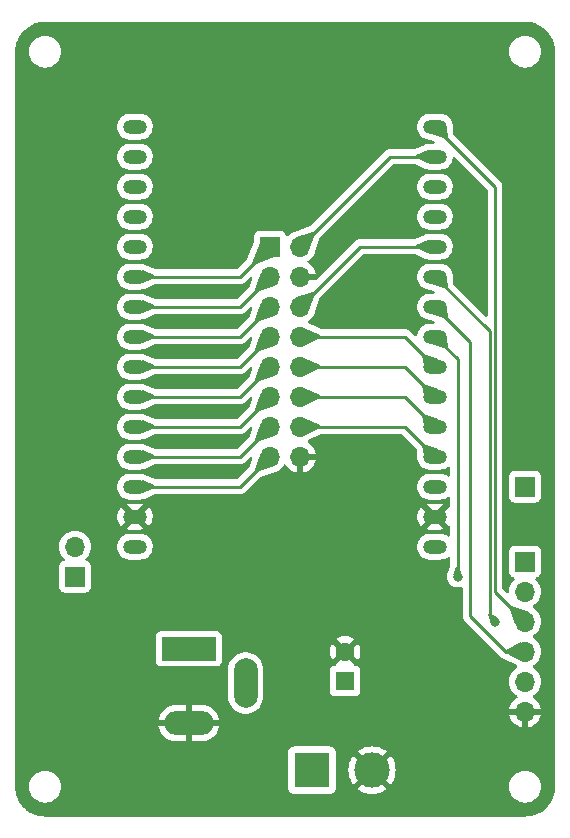
<source format=gbr>
%TF.GenerationSoftware,KiCad,Pcbnew,7.0.3*%
%TF.CreationDate,2023-06-24T17:47:24-04:00*%
%TF.ProjectId,ESP32-HUB75-Board,45535033-322d-4485-9542-37352d426f61,rev?*%
%TF.SameCoordinates,Original*%
%TF.FileFunction,Copper,L2,Bot*%
%TF.FilePolarity,Positive*%
%FSLAX46Y46*%
G04 Gerber Fmt 4.6, Leading zero omitted, Abs format (unit mm)*
G04 Created by KiCad (PCBNEW 7.0.3) date 2023-06-24 17:47:24*
%MOMM*%
%LPD*%
G01*
G04 APERTURE LIST*
%TA.AperFunction,ComponentPad*%
%ADD10O,2.000000X1.200000*%
%TD*%
%TA.AperFunction,ComponentPad*%
%ADD11O,1.700000X1.700000*%
%TD*%
%TA.AperFunction,ComponentPad*%
%ADD12R,1.700000X1.700000*%
%TD*%
%TA.AperFunction,ComponentPad*%
%ADD13R,4.600000X2.000000*%
%TD*%
%TA.AperFunction,ComponentPad*%
%ADD14O,4.200000X2.000000*%
%TD*%
%TA.AperFunction,ComponentPad*%
%ADD15O,2.000000X4.200000*%
%TD*%
%TA.AperFunction,ComponentPad*%
%ADD16R,3.000000X3.000000*%
%TD*%
%TA.AperFunction,ComponentPad*%
%ADD17C,3.000000*%
%TD*%
%TA.AperFunction,ComponentPad*%
%ADD18R,1.600000X1.600000*%
%TD*%
%TA.AperFunction,ComponentPad*%
%ADD19C,1.600000*%
%TD*%
%TA.AperFunction,ViaPad*%
%ADD20C,0.800000*%
%TD*%
%TA.AperFunction,Conductor*%
%ADD21C,0.250000*%
%TD*%
G04 APERTURE END LIST*
D10*
%TO.P,U1,1,RESET*%
%TO.N,unconnected-(U1-RESET-Pad1)*%
X111760000Y-71120000D03*
%TO.P,U1,2,GP36*%
%TO.N,unconnected-(U1-GP36-Pad2)*%
X111760000Y-73660000D03*
%TO.P,U1,3,GP39*%
%TO.N,unconnected-(U1-GP39-Pad3)*%
X111760000Y-76200000D03*
%TO.P,U1,4,GP34*%
%TO.N,unconnected-(U1-GP34-Pad4)*%
X111760000Y-78740000D03*
%TO.P,U1,5,GP35*%
%TO.N,unconnected-(U1-GP35-Pad5)*%
X111760000Y-81280000D03*
%TO.P,U1,6,GP32*%
%TO.N,/MXR1*%
X111760000Y-83820000D03*
%TO.P,U1,7,GP33*%
%TO.N,/MXB1*%
X111760000Y-86360000D03*
%TO.P,U1,8,GP25*%
%TO.N,/MXR2*%
X111760000Y-88900000D03*
%TO.P,U1,9,GP26*%
%TO.N,/MXB2*%
X111760000Y-91440000D03*
%TO.P,U1,10,GP27*%
%TO.N,/MX_A*%
X111760000Y-93980000D03*
%TO.P,U1,11,GP14*%
%TO.N,/MX_C*%
X111760000Y-96520000D03*
%TO.P,U1,12,GP12*%
%TO.N,/MX_CLK*%
X111760000Y-99060000D03*
%TO.P,U1,13,GP13*%
%TO.N,/MX_OE*%
X111760000Y-101600000D03*
%TO.P,U1,14,GND*%
%TO.N,GND*%
X111760000Y-104140000D03*
%TO.P,U1,15,VCC*%
%TO.N,VCC*%
X111760000Y-106680000D03*
%TO.P,U1,16,3V3*%
%TO.N,+3V3*%
X137160000Y-106680000D03*
%TO.P,U1,17,GND*%
%TO.N,GND*%
X137160000Y-104140000D03*
%TO.P,U1,18,GP15*%
%TO.N,Net-(U1-GP15)*%
X137160000Y-101600000D03*
%TO.P,U1,19,GP2*%
%TO.N,/MX_LAT*%
X137160000Y-99060000D03*
%TO.P,U1,20,GP4*%
%TO.N,/MX_D*%
X137160000Y-96520000D03*
%TO.P,U1,21,GP16*%
%TO.N,/MX_B*%
X137160000Y-93980000D03*
%TO.P,U1,22,GP17*%
%TO.N,/MX_E*%
X137160000Y-91440000D03*
%TO.P,U1,23,GP5*%
%TO.N,/VSPI_CS0*%
X137160000Y-88900000D03*
%TO.P,U1,24,GP18*%
%TO.N,/VSPI_SCLK*%
X137160000Y-86360000D03*
%TO.P,U1,25,GP19*%
%TO.N,/VSPI_MISO*%
X137160000Y-83820000D03*
%TO.P,U1,26,GP21*%
%TO.N,/MXG2*%
X137160000Y-81280000D03*
%TO.P,U1,27,GP3*%
%TO.N,unconnected-(U1-GP3-Pad27)*%
X137160000Y-78740000D03*
%TO.P,U1,28,GP1*%
%TO.N,unconnected-(U1-GP1-Pad28)*%
X137160000Y-76200000D03*
%TO.P,U1,29,GP22*%
%TO.N,/MXG1*%
X137160000Y-73660000D03*
%TO.P,U1,30,GP23*%
%TO.N,/VSPI_MOSI*%
X137160000Y-71120000D03*
%TD*%
D11*
%TO.P,J5,2,Pin_2*%
%TO.N,VCC*%
X106680000Y-106680000D03*
D12*
%TO.P,J5,1,Pin_1*%
%TO.N,+5V*%
X106680000Y-109220000D03*
%TD*%
D13*
%TO.P,J1,1*%
%TO.N,+5V*%
X116317000Y-115316000D03*
D14*
%TO.P,J1,2*%
%TO.N,GND*%
X116317000Y-121616000D03*
D15*
%TO.P,J1,3*%
%TO.N,unconnected-(J1-Pad3)*%
X121117000Y-118216000D03*
%TD*%
D12*
%TO.P,J4,1,Pin_1*%
%TO.N,/MXR1*%
X123185000Y-81295000D03*
D11*
%TO.P,J4,2,Pin_2*%
%TO.N,/MXG1*%
X125725000Y-81295000D03*
%TO.P,J4,3,Pin_3*%
%TO.N,/MXB1*%
X123185000Y-83835000D03*
%TO.P,J4,4,Pin_4*%
%TO.N,GND*%
X125725000Y-83835000D03*
%TO.P,J4,5,Pin_5*%
%TO.N,/MXR2*%
X123185000Y-86375000D03*
%TO.P,J4,6,Pin_6*%
%TO.N,/MXG2*%
X125725000Y-86375000D03*
%TO.P,J4,7,Pin_7*%
%TO.N,/MXB2*%
X123185000Y-88915000D03*
%TO.P,J4,8,Pin_8*%
%TO.N,/MX_E*%
X125725000Y-88915000D03*
%TO.P,J4,9,Pin_9*%
%TO.N,/MX_A*%
X123185000Y-91455000D03*
%TO.P,J4,10,Pin_10*%
%TO.N,/MX_B*%
X125725000Y-91455000D03*
%TO.P,J4,11,Pin_11*%
%TO.N,/MX_C*%
X123185000Y-93995000D03*
%TO.P,J4,12,Pin_12*%
%TO.N,/MX_D*%
X125725000Y-93995000D03*
%TO.P,J4,13,Pin_13*%
%TO.N,/MX_CLK*%
X123185000Y-96535000D03*
%TO.P,J4,14,Pin_14*%
%TO.N,/MX_LAT*%
X125725000Y-96535000D03*
%TO.P,J4,15,Pin_15*%
%TO.N,/MX_OE*%
X123185000Y-99075000D03*
%TO.P,J4,16,Pin_16*%
%TO.N,GND*%
X125725000Y-99075000D03*
%TD*%
D12*
%TO.P,TP1,1,1*%
%TO.N,Net-(U1-GP15)*%
X144780000Y-101600000D03*
%TD*%
D16*
%TO.P,J2,1,Pin_1*%
%TO.N,+5V*%
X126746000Y-125603000D03*
D17*
%TO.P,J2,2,Pin_2*%
%TO.N,GND*%
X131826000Y-125603000D03*
%TD*%
D11*
%TO.P,J3,6,Pin_6*%
%TO.N,GND*%
X144780000Y-120650000D03*
%TO.P,J3,5,Pin_5*%
%TO.N,/VSPI_MISO*%
X144780000Y-118110000D03*
%TO.P,J3,4,Pin_4*%
%TO.N,/VSPI_SCLK*%
X144780000Y-115570000D03*
%TO.P,J3,3,Pin_3*%
%TO.N,/VSPI_MOSI*%
X144780000Y-113030000D03*
%TO.P,J3,2,Pin_2*%
%TO.N,/VSPI_CS0*%
X144780000Y-110490000D03*
D12*
%TO.P,J3,1,Pin_1*%
%TO.N,+3V3*%
X144780000Y-107950000D03*
%TD*%
D18*
%TO.P,C1,1*%
%TO.N,+5V*%
X129540000Y-118070000D03*
D19*
%TO.P,C1,2*%
%TO.N,GND*%
X129540000Y-115570000D03*
%TD*%
D20*
%TO.N,/VSPI_CS0*%
X139065000Y-109220000D03*
%TO.N,/VSPI_MISO*%
X142240000Y-113030000D03*
%TD*%
D21*
%TO.N,/MX_LAT*%
X125725000Y-96535000D02*
X134635000Y-96535000D01*
X134635000Y-96535000D02*
X137160000Y-99060000D01*
%TO.N,/MX_D*%
X125725000Y-93995000D02*
X134635000Y-93995000D01*
X134635000Y-93995000D02*
X137160000Y-96520000D01*
%TO.N,/MX_B*%
X125725000Y-91455000D02*
X134635000Y-91455000D01*
X134635000Y-91455000D02*
X137160000Y-93980000D01*
%TO.N,/MX_E*%
X125725000Y-88915000D02*
X134635000Y-88915000D01*
X134635000Y-88915000D02*
X137160000Y-91440000D01*
%TO.N,/VSPI_MOSI*%
X137160000Y-71120000D02*
X142240000Y-76200000D01*
X142240000Y-110490000D02*
X144780000Y-113030000D01*
X142240000Y-76200000D02*
X142240000Y-110490000D01*
%TO.N,/VSPI_CS0*%
X137160000Y-88900000D02*
X139065000Y-90805000D01*
X139065000Y-90805000D02*
X139065000Y-109220000D01*
%TO.N,/VSPI_MISO*%
X137160000Y-83820000D02*
X141790000Y-88450000D01*
X141790000Y-88450000D02*
X141790000Y-112580000D01*
X141790000Y-112580000D02*
X142240000Y-113030000D01*
%TO.N,/VSPI_SCLK*%
X144780000Y-115570000D02*
X143140000Y-115570000D01*
X143140000Y-115570000D02*
X140150000Y-112580000D01*
X137160000Y-86360000D02*
X140150000Y-89350000D01*
X140150000Y-89350000D02*
X140150000Y-112580000D01*
%TO.N,/MXG2*%
X137160000Y-81280000D02*
X130820000Y-81280000D01*
X130820000Y-81280000D02*
X125725000Y-86375000D01*
%TO.N,/MXG1*%
X137160000Y-73660000D02*
X133360000Y-73660000D01*
X133360000Y-73660000D02*
X125725000Y-81295000D01*
%TO.N,/MXR1*%
X111760000Y-83820000D02*
X120660000Y-83820000D01*
X120660000Y-83820000D02*
X123185000Y-81295000D01*
%TO.N,/MXB1*%
X111760000Y-86360000D02*
X120660000Y-86360000D01*
X120660000Y-86360000D02*
X123185000Y-83835000D01*
%TO.N,/MXR2*%
X111760000Y-88900000D02*
X120660000Y-88900000D01*
X120660000Y-88900000D02*
X123185000Y-86375000D01*
%TO.N,/MXB2*%
X111760000Y-91440000D02*
X120660000Y-91440000D01*
X120660000Y-91440000D02*
X123185000Y-88915000D01*
%TO.N,/MX_A*%
X111760000Y-93980000D02*
X120660000Y-93980000D01*
X120660000Y-93980000D02*
X123185000Y-91455000D01*
%TO.N,/MX_C*%
X111760000Y-96520000D02*
X120660000Y-96520000D01*
X120660000Y-96520000D02*
X123185000Y-93995000D01*
%TO.N,/MX_CLK*%
X111760000Y-99060000D02*
X120660000Y-99060000D01*
X120660000Y-99060000D02*
X123185000Y-96535000D01*
%TO.N,/MX_OE*%
X111760000Y-101600000D02*
X120660000Y-101600000D01*
X120660000Y-101600000D02*
X123185000Y-99075000D01*
%TD*%
%TA.AperFunction,Conductor*%
%TO.N,GND*%
G36*
X138865031Y-73709622D02*
G01*
X141578181Y-76422771D01*
X141611666Y-76484094D01*
X141614500Y-76510452D01*
X141614500Y-87090547D01*
X141594815Y-87157586D01*
X141542011Y-87203341D01*
X141472853Y-87213285D01*
X141409297Y-87184260D01*
X141402819Y-87178228D01*
X138748360Y-84523769D01*
X138714875Y-84462446D01*
X138713151Y-84452645D01*
X138712481Y-84447673D01*
X138651457Y-83994744D01*
X138651608Y-83960548D01*
X138664254Y-83872602D01*
X138654254Y-83662670D01*
X138604704Y-83458424D01*
X138604701Y-83458417D01*
X138517401Y-83267256D01*
X138517398Y-83267251D01*
X138517397Y-83267250D01*
X138517396Y-83267247D01*
X138395486Y-83096048D01*
X138395484Y-83096046D01*
X138395479Y-83096040D01*
X138243379Y-82951014D01*
X138066574Y-82837388D01*
X137871455Y-82759274D01*
X137665086Y-82719500D01*
X137665085Y-82719500D01*
X136707575Y-82719500D01*
X136550781Y-82734472D01*
X136550782Y-82734472D01*
X136550778Y-82734473D01*
X136349127Y-82793683D01*
X136162313Y-82889991D01*
X135997116Y-83019905D01*
X135997112Y-83019909D01*
X135859478Y-83178746D01*
X135754398Y-83360750D01*
X135685656Y-83559365D01*
X135685656Y-83559367D01*
X135656363Y-83763111D01*
X135655746Y-83767401D01*
X135665745Y-83977327D01*
X135715296Y-84181578D01*
X135715298Y-84181582D01*
X135802598Y-84372743D01*
X135802601Y-84372748D01*
X135802602Y-84372750D01*
X135802604Y-84372753D01*
X135907747Y-84520406D01*
X135924515Y-84543953D01*
X135924520Y-84543959D01*
X136076620Y-84688985D01*
X136217797Y-84779714D01*
X136253428Y-84802613D01*
X136448543Y-84880725D01*
X136551729Y-84900612D01*
X136654914Y-84920500D01*
X136654915Y-84920500D01*
X136773617Y-84920500D01*
X136821292Y-84930031D01*
X136996778Y-85003119D01*
X137039786Y-85021031D01*
X137094104Y-85064978D01*
X137116040Y-85131314D01*
X137098630Y-85198980D01*
X137047400Y-85246491D01*
X136992111Y-85259500D01*
X136707575Y-85259500D01*
X136550781Y-85274472D01*
X136550782Y-85274472D01*
X136550778Y-85274473D01*
X136349127Y-85333683D01*
X136162313Y-85429991D01*
X135997116Y-85559905D01*
X135997112Y-85559909D01*
X135859478Y-85718746D01*
X135754398Y-85900750D01*
X135685656Y-86099365D01*
X135685656Y-86099367D01*
X135670804Y-86202670D01*
X135655746Y-86307401D01*
X135665745Y-86517327D01*
X135715296Y-86721578D01*
X135715298Y-86721582D01*
X135802598Y-86912743D01*
X135802601Y-86912748D01*
X135802602Y-86912750D01*
X135802604Y-86912753D01*
X135924514Y-87083952D01*
X135924515Y-87083953D01*
X135924520Y-87083959D01*
X136076620Y-87228985D01*
X136217797Y-87319714D01*
X136253428Y-87342613D01*
X136448543Y-87420725D01*
X136551728Y-87440612D01*
X136654914Y-87460500D01*
X136654915Y-87460500D01*
X136773617Y-87460500D01*
X136821292Y-87470031D01*
X137039786Y-87561031D01*
X137094104Y-87604978D01*
X137116040Y-87671314D01*
X137098630Y-87738980D01*
X137047400Y-87786491D01*
X136992111Y-87799500D01*
X136707575Y-87799500D01*
X136550781Y-87814472D01*
X136550782Y-87814472D01*
X136550778Y-87814473D01*
X136349127Y-87873683D01*
X136162313Y-87969991D01*
X135997116Y-88099905D01*
X135997112Y-88099909D01*
X135859478Y-88258746D01*
X135754398Y-88440750D01*
X135685656Y-88639365D01*
X135685656Y-88639367D01*
X135668247Y-88760451D01*
X135665387Y-88780343D01*
X135636362Y-88843899D01*
X135577584Y-88881673D01*
X135507714Y-88881673D01*
X135454968Y-88850377D01*
X135135803Y-88531212D01*
X135125980Y-88518950D01*
X135125759Y-88519134D01*
X135120786Y-88513122D01*
X135071066Y-88466432D01*
X135069666Y-88465075D01*
X135049476Y-88444884D01*
X135043986Y-88440625D01*
X135039561Y-88436847D01*
X135005582Y-88404938D01*
X135005580Y-88404936D01*
X135005577Y-88404935D01*
X134988029Y-88395288D01*
X134971763Y-88384604D01*
X134955933Y-88372325D01*
X134913168Y-88353818D01*
X134907922Y-88351248D01*
X134867093Y-88328803D01*
X134867092Y-88328802D01*
X134847693Y-88323822D01*
X134829281Y-88317518D01*
X134810898Y-88309562D01*
X134810892Y-88309560D01*
X134764874Y-88302272D01*
X134759152Y-88301087D01*
X134714021Y-88289500D01*
X134714019Y-88289500D01*
X134693984Y-88289500D01*
X134674586Y-88287973D01*
X134667162Y-88286797D01*
X134654805Y-88284840D01*
X134654804Y-88284840D01*
X134608416Y-88289225D01*
X134602578Y-88289500D01*
X127578749Y-88289500D01*
X127525062Y-88277275D01*
X127155784Y-88099905D01*
X126433615Y-87753036D01*
X126381708Y-87706268D01*
X126363326Y-87638859D01*
X126384306Y-87572214D01*
X126416180Y-87539687D01*
X126515659Y-87470031D01*
X126596401Y-87413495D01*
X126763495Y-87246401D01*
X126899035Y-87052830D01*
X126985411Y-86867592D01*
X126986607Y-86865172D01*
X126991348Y-86856076D01*
X126991350Y-86856073D01*
X126992059Y-86854050D01*
X126994369Y-86848385D01*
X126998901Y-86838668D01*
X126998901Y-86838667D01*
X126998900Y-86838667D01*
X126998903Y-86838663D01*
X127002943Y-86823581D01*
X127004319Y-86819129D01*
X127448775Y-85553099D01*
X127478091Y-85506497D01*
X131042771Y-81941819D01*
X131104095Y-81908334D01*
X131130453Y-81905500D01*
X135415666Y-81905500D01*
X135465836Y-81916103D01*
X136319014Y-82293574D01*
X136319017Y-82293575D01*
X136319024Y-82293578D01*
X136396536Y-82319993D01*
X136399506Y-82321093D01*
X136448543Y-82340725D01*
X136654914Y-82380500D01*
X136654915Y-82380500D01*
X137612419Y-82380500D01*
X137612425Y-82380500D01*
X137769218Y-82365528D01*
X137970875Y-82306316D01*
X138157682Y-82210011D01*
X138322886Y-82080092D01*
X138460519Y-81921256D01*
X138565604Y-81739244D01*
X138634344Y-81540633D01*
X138664254Y-81332602D01*
X138654254Y-81122670D01*
X138604704Y-80918424D01*
X138576337Y-80856309D01*
X138517401Y-80727256D01*
X138517398Y-80727251D01*
X138517397Y-80727250D01*
X138517396Y-80727247D01*
X138395486Y-80556048D01*
X138395484Y-80556046D01*
X138395479Y-80556040D01*
X138243379Y-80411014D01*
X138066574Y-80297388D01*
X137985470Y-80264919D01*
X137871457Y-80219275D01*
X137871455Y-80219274D01*
X137665086Y-80179500D01*
X137665085Y-80179500D01*
X136707575Y-80179500D01*
X136550782Y-80194472D01*
X136550779Y-80194473D01*
X136349124Y-80253684D01*
X136342045Y-80257333D01*
X136323145Y-80264771D01*
X136323199Y-80264919D01*
X136319021Y-80266421D01*
X135465833Y-80643897D01*
X135415663Y-80654500D01*
X130902738Y-80654500D01*
X130887121Y-80652776D01*
X130887094Y-80653062D01*
X130879332Y-80652327D01*
X130811172Y-80654469D01*
X130809225Y-80654500D01*
X130780650Y-80654500D01*
X130779929Y-80654590D01*
X130773757Y-80655369D01*
X130767945Y-80655826D01*
X130721373Y-80657290D01*
X130721372Y-80657290D01*
X130702129Y-80662881D01*
X130683079Y-80666825D01*
X130663211Y-80669334D01*
X130619884Y-80686488D01*
X130614358Y-80688379D01*
X130569614Y-80701379D01*
X130569610Y-80701381D01*
X130552366Y-80711579D01*
X130534905Y-80720133D01*
X130516274Y-80727510D01*
X130516262Y-80727517D01*
X130478570Y-80754902D01*
X130473687Y-80758109D01*
X130433580Y-80781829D01*
X130419414Y-80795995D01*
X130404624Y-80808627D01*
X130388414Y-80820404D01*
X130388411Y-80820407D01*
X130358710Y-80856309D01*
X130354777Y-80860631D01*
X127166726Y-84048681D01*
X127105403Y-84082166D01*
X127079045Y-84085000D01*
X126158686Y-84085000D01*
X126184493Y-84044844D01*
X126225000Y-83906889D01*
X126225000Y-83763111D01*
X126184493Y-83625156D01*
X126158686Y-83585000D01*
X127055636Y-83585000D01*
X127055635Y-83584999D01*
X126998432Y-83371513D01*
X126998429Y-83371507D01*
X126898600Y-83157422D01*
X126898599Y-83157420D01*
X126763113Y-82963926D01*
X126763108Y-82963920D01*
X126596078Y-82796890D01*
X126410405Y-82666879D01*
X126366780Y-82612302D01*
X126359588Y-82542804D01*
X126391110Y-82480449D01*
X126410406Y-82463730D01*
X126596401Y-82333495D01*
X126763495Y-82166401D01*
X126899035Y-81972830D01*
X126985411Y-81787592D01*
X126986607Y-81785172D01*
X126991348Y-81776076D01*
X126991350Y-81776073D01*
X126992059Y-81774050D01*
X126994369Y-81768385D01*
X126998901Y-81758668D01*
X126998903Y-81758662D01*
X127002939Y-81743599D01*
X127004321Y-81739121D01*
X127448776Y-80473098D01*
X127478092Y-80426496D01*
X129217187Y-78687401D01*
X135655746Y-78687401D01*
X135665745Y-78897327D01*
X135715296Y-79101578D01*
X135715298Y-79101582D01*
X135802598Y-79292743D01*
X135802601Y-79292748D01*
X135802602Y-79292750D01*
X135802604Y-79292753D01*
X135865627Y-79381256D01*
X135924515Y-79463953D01*
X135924520Y-79463959D01*
X136076620Y-79608985D01*
X136171578Y-79670011D01*
X136253428Y-79722613D01*
X136448543Y-79800725D01*
X136551728Y-79820612D01*
X136654914Y-79840500D01*
X136654915Y-79840500D01*
X137612419Y-79840500D01*
X137612425Y-79840500D01*
X137769218Y-79825528D01*
X137970875Y-79766316D01*
X138157682Y-79670011D01*
X138322886Y-79540092D01*
X138460519Y-79381256D01*
X138565604Y-79199244D01*
X138634344Y-79000633D01*
X138664254Y-78792602D01*
X138654254Y-78582670D01*
X138604704Y-78378424D01*
X138604701Y-78378417D01*
X138517401Y-78187256D01*
X138517398Y-78187251D01*
X138517397Y-78187250D01*
X138517396Y-78187247D01*
X138395486Y-78016048D01*
X138395484Y-78016046D01*
X138395479Y-78016040D01*
X138243379Y-77871014D01*
X138066574Y-77757388D01*
X137871455Y-77679274D01*
X137665086Y-77639500D01*
X137665085Y-77639500D01*
X136707575Y-77639500D01*
X136550781Y-77654472D01*
X136550782Y-77654472D01*
X136550778Y-77654473D01*
X136349127Y-77713683D01*
X136162313Y-77809991D01*
X135997116Y-77939905D01*
X135997112Y-77939909D01*
X135859478Y-78098746D01*
X135754398Y-78280750D01*
X135685656Y-78479365D01*
X135685656Y-78479367D01*
X135670804Y-78582670D01*
X135655746Y-78687401D01*
X129217187Y-78687401D01*
X131757188Y-76147401D01*
X135655746Y-76147401D01*
X135665745Y-76357327D01*
X135715296Y-76561578D01*
X135715298Y-76561582D01*
X135802598Y-76752743D01*
X135802601Y-76752748D01*
X135802602Y-76752750D01*
X135802604Y-76752753D01*
X135865627Y-76841256D01*
X135924515Y-76923953D01*
X135924520Y-76923959D01*
X136076620Y-77068985D01*
X136171578Y-77130011D01*
X136253428Y-77182613D01*
X136448543Y-77260725D01*
X136551728Y-77280612D01*
X136654914Y-77300500D01*
X136654915Y-77300500D01*
X137612419Y-77300500D01*
X137612425Y-77300500D01*
X137769218Y-77285528D01*
X137970875Y-77226316D01*
X138157682Y-77130011D01*
X138322886Y-77000092D01*
X138460519Y-76841256D01*
X138565604Y-76659244D01*
X138634344Y-76460633D01*
X138664254Y-76252602D01*
X138654254Y-76042670D01*
X138604704Y-75838424D01*
X138604701Y-75838417D01*
X138517401Y-75647256D01*
X138517398Y-75647251D01*
X138517397Y-75647250D01*
X138517396Y-75647247D01*
X138395486Y-75476048D01*
X138395484Y-75476046D01*
X138395479Y-75476040D01*
X138243379Y-75331014D01*
X138066574Y-75217388D01*
X137871455Y-75139274D01*
X137665086Y-75099500D01*
X137665085Y-75099500D01*
X136707575Y-75099500D01*
X136550781Y-75114472D01*
X136550782Y-75114472D01*
X136550778Y-75114473D01*
X136349127Y-75173683D01*
X136162313Y-75269991D01*
X135997116Y-75399905D01*
X135997112Y-75399909D01*
X135859478Y-75558746D01*
X135754398Y-75740750D01*
X135685656Y-75939365D01*
X135685656Y-75939367D01*
X135662364Y-76101373D01*
X135655746Y-76147401D01*
X131757188Y-76147401D01*
X133582770Y-74321819D01*
X133644094Y-74288334D01*
X133670452Y-74285500D01*
X135415666Y-74285500D01*
X135465836Y-74296103D01*
X136319014Y-74673574D01*
X136319017Y-74673575D01*
X136319024Y-74673578D01*
X136396536Y-74699993D01*
X136399506Y-74701093D01*
X136448543Y-74720725D01*
X136654914Y-74760500D01*
X136654915Y-74760500D01*
X137612419Y-74760500D01*
X137612425Y-74760500D01*
X137769218Y-74745528D01*
X137970875Y-74686316D01*
X138157682Y-74590011D01*
X138322886Y-74460092D01*
X138460519Y-74301256D01*
X138565604Y-74119244D01*
X138634344Y-73920633D01*
X138654613Y-73779653D01*
X138683636Y-73716101D01*
X138742414Y-73678326D01*
X138812284Y-73678326D01*
X138865031Y-73709622D01*
G37*
%TD.AperFunction*%
%TA.AperFunction,Conductor*%
G36*
X144781736Y-62230598D02*
G01*
X144816351Y-62232541D01*
X144895549Y-62236989D01*
X145067691Y-62247401D01*
X145074299Y-62248161D01*
X145210416Y-62271288D01*
X145359232Y-62298561D01*
X145365198Y-62299963D01*
X145501426Y-62339209D01*
X145502624Y-62339569D01*
X145642830Y-62383259D01*
X145648092Y-62385164D01*
X145780617Y-62440058D01*
X145782227Y-62440754D01*
X145914609Y-62500334D01*
X145919147Y-62502605D01*
X146045385Y-62572374D01*
X146047451Y-62573568D01*
X146091408Y-62600141D01*
X146170934Y-62648217D01*
X146174738Y-62650711D01*
X146292726Y-62734427D01*
X146295072Y-62736176D01*
X146390416Y-62810874D01*
X146408332Y-62824910D01*
X146411409Y-62827486D01*
X146519430Y-62924018D01*
X146521957Y-62926408D01*
X146623590Y-63028041D01*
X146625980Y-63030568D01*
X146722512Y-63138589D01*
X146725088Y-63141666D01*
X146813811Y-63254912D01*
X146815571Y-63257272D01*
X146899287Y-63375260D01*
X146901781Y-63379064D01*
X146976419Y-63502528D01*
X146977624Y-63504613D01*
X147047393Y-63630851D01*
X147049668Y-63635398D01*
X147109216Y-63767707D01*
X147109959Y-63769426D01*
X147164831Y-63901899D01*
X147166744Y-63907183D01*
X147210413Y-64047322D01*
X147210798Y-64048604D01*
X147250032Y-64184789D01*
X147251440Y-64190780D01*
X147278722Y-64339655D01*
X147301835Y-64475683D01*
X147302599Y-64482330D01*
X147313013Y-64654508D01*
X147319402Y-64768263D01*
X147319500Y-64771740D01*
X147319500Y-126998259D01*
X147319402Y-127001736D01*
X147313013Y-127115490D01*
X147302599Y-127287668D01*
X147301835Y-127294315D01*
X147278722Y-127430343D01*
X147251440Y-127579218D01*
X147250032Y-127585209D01*
X147210798Y-127721394D01*
X147210413Y-127722676D01*
X147166744Y-127862815D01*
X147164831Y-127868099D01*
X147109959Y-128000572D01*
X147109216Y-128002291D01*
X147049668Y-128134600D01*
X147047393Y-128139147D01*
X146977624Y-128265385D01*
X146976419Y-128267470D01*
X146901781Y-128390934D01*
X146899287Y-128394738D01*
X146815571Y-128512726D01*
X146813811Y-128515086D01*
X146725088Y-128628332D01*
X146722512Y-128631409D01*
X146625980Y-128739430D01*
X146623590Y-128741957D01*
X146521957Y-128843590D01*
X146519430Y-128845980D01*
X146411409Y-128942512D01*
X146408332Y-128945088D01*
X146295086Y-129033811D01*
X146292726Y-129035571D01*
X146174738Y-129119287D01*
X146170934Y-129121781D01*
X146047470Y-129196419D01*
X146045385Y-129197624D01*
X145919147Y-129267393D01*
X145914600Y-129269668D01*
X145782291Y-129329216D01*
X145780572Y-129329959D01*
X145648099Y-129384831D01*
X145642815Y-129386744D01*
X145502676Y-129430413D01*
X145501394Y-129430798D01*
X145365209Y-129470032D01*
X145359218Y-129471440D01*
X145210343Y-129498722D01*
X145074315Y-129521835D01*
X145067668Y-129522599D01*
X144895490Y-129533013D01*
X144781736Y-129539402D01*
X144778259Y-129539500D01*
X104141741Y-129539500D01*
X104138264Y-129539402D01*
X104024508Y-129533013D01*
X103852330Y-129522599D01*
X103845683Y-129521835D01*
X103709655Y-129498722D01*
X103560780Y-129471440D01*
X103554789Y-129470032D01*
X103418604Y-129430798D01*
X103417322Y-129430413D01*
X103277183Y-129386744D01*
X103271899Y-129384831D01*
X103139426Y-129329959D01*
X103137707Y-129329216D01*
X103005398Y-129269668D01*
X103000851Y-129267393D01*
X102874613Y-129197624D01*
X102872528Y-129196419D01*
X102749064Y-129121781D01*
X102745260Y-129119287D01*
X102627272Y-129035571D01*
X102624912Y-129033811D01*
X102511666Y-128945088D01*
X102508589Y-128942512D01*
X102400568Y-128845980D01*
X102398041Y-128843590D01*
X102296408Y-128741957D01*
X102294018Y-128739430D01*
X102197486Y-128631409D01*
X102194910Y-128628332D01*
X102180874Y-128610416D01*
X102106176Y-128515072D01*
X102104427Y-128512726D01*
X102020711Y-128394738D01*
X102018217Y-128390934D01*
X101970141Y-128311408D01*
X101943568Y-128267451D01*
X101942374Y-128265385D01*
X101872605Y-128139147D01*
X101870330Y-128134600D01*
X101810754Y-128002227D01*
X101810058Y-128000617D01*
X101755164Y-127868092D01*
X101753259Y-127862830D01*
X101709569Y-127722624D01*
X101709200Y-127721394D01*
X101696651Y-127677834D01*
X101669963Y-127585198D01*
X101668561Y-127579232D01*
X101641288Y-127430416D01*
X101618161Y-127294299D01*
X101617401Y-127287691D01*
X101606991Y-127115584D01*
X101600596Y-127001718D01*
X101600547Y-127000000D01*
X102784341Y-127000000D01*
X102804936Y-127235403D01*
X102804938Y-127235413D01*
X102866094Y-127463655D01*
X102866096Y-127463659D01*
X102866097Y-127463663D01*
X102916030Y-127570746D01*
X102965964Y-127677828D01*
X102965965Y-127677830D01*
X103101505Y-127871402D01*
X103268597Y-128038494D01*
X103462169Y-128174034D01*
X103462171Y-128174035D01*
X103676337Y-128273903D01*
X103904592Y-128335063D01*
X104081032Y-128350499D01*
X104081033Y-128350500D01*
X104081034Y-128350500D01*
X104198967Y-128350500D01*
X104198967Y-128350499D01*
X104375408Y-128335063D01*
X104603663Y-128273903D01*
X104817829Y-128174035D01*
X105011401Y-128038495D01*
X105178495Y-127871401D01*
X105314035Y-127677830D01*
X105413903Y-127463663D01*
X105475063Y-127235408D01*
X105482459Y-127150870D01*
X124745500Y-127150870D01*
X124745501Y-127150876D01*
X124751908Y-127210483D01*
X124802202Y-127345328D01*
X124802206Y-127345335D01*
X124888452Y-127460544D01*
X124888455Y-127460547D01*
X125003664Y-127546793D01*
X125003671Y-127546797D01*
X125138517Y-127597091D01*
X125138516Y-127597091D01*
X125145444Y-127597835D01*
X125198127Y-127603500D01*
X128293872Y-127603499D01*
X128353483Y-127597091D01*
X128488331Y-127546796D01*
X128603546Y-127460546D01*
X128689796Y-127345331D01*
X128740091Y-127210483D01*
X128746500Y-127150873D01*
X128746500Y-125603001D01*
X129820891Y-125603001D01*
X129841300Y-125888362D01*
X129902109Y-126167895D01*
X130002091Y-126435958D01*
X130139191Y-126687038D01*
X130139196Y-126687046D01*
X130245882Y-126829561D01*
X130245883Y-126829562D01*
X131141195Y-125934250D01*
X131163340Y-125985587D01*
X131269433Y-126128094D01*
X131405530Y-126242294D01*
X131495216Y-126287335D01*
X130599436Y-127183115D01*
X130741960Y-127289807D01*
X130741961Y-127289808D01*
X130993042Y-127426908D01*
X130993041Y-127426908D01*
X131261104Y-127526890D01*
X131540637Y-127587699D01*
X131825999Y-127608109D01*
X131826001Y-127608109D01*
X132111362Y-127587699D01*
X132390895Y-127526890D01*
X132658958Y-127426908D01*
X132910047Y-127289803D01*
X133052561Y-127183116D01*
X133052562Y-127183115D01*
X132869447Y-127000000D01*
X143424341Y-127000000D01*
X143444936Y-127235403D01*
X143444938Y-127235413D01*
X143506094Y-127463655D01*
X143506096Y-127463659D01*
X143506097Y-127463663D01*
X143556030Y-127570746D01*
X143605964Y-127677828D01*
X143605965Y-127677830D01*
X143741505Y-127871402D01*
X143908597Y-128038494D01*
X144102169Y-128174034D01*
X144102171Y-128174035D01*
X144316337Y-128273903D01*
X144544592Y-128335063D01*
X144721032Y-128350499D01*
X144721033Y-128350500D01*
X144721034Y-128350500D01*
X144838967Y-128350500D01*
X144838967Y-128350499D01*
X145015408Y-128335063D01*
X145243663Y-128273903D01*
X145457829Y-128174035D01*
X145651401Y-128038495D01*
X145818495Y-127871401D01*
X145954035Y-127677830D01*
X146053903Y-127463663D01*
X146115063Y-127235408D01*
X146135659Y-127000000D01*
X146115063Y-126764592D01*
X146053903Y-126536337D01*
X145954035Y-126322171D01*
X145954034Y-126322169D01*
X145818494Y-126128597D01*
X145651402Y-125961505D01*
X145457830Y-125825965D01*
X145457828Y-125825964D01*
X145350746Y-125776031D01*
X145243663Y-125726097D01*
X145243659Y-125726096D01*
X145243655Y-125726094D01*
X145015413Y-125664938D01*
X145015403Y-125664936D01*
X144838967Y-125649500D01*
X144838966Y-125649500D01*
X144721034Y-125649500D01*
X144721033Y-125649500D01*
X144544596Y-125664936D01*
X144544586Y-125664938D01*
X144316344Y-125726094D01*
X144316335Y-125726098D01*
X144102171Y-125825964D01*
X144102169Y-125825965D01*
X143908597Y-125961505D01*
X143741506Y-126128597D01*
X143741501Y-126128604D01*
X143605967Y-126322165D01*
X143605965Y-126322169D01*
X143506098Y-126536335D01*
X143506094Y-126536344D01*
X143444938Y-126764586D01*
X143444936Y-126764596D01*
X143424341Y-126999999D01*
X143424341Y-127000000D01*
X132869447Y-127000000D01*
X132159748Y-126290300D01*
X132169409Y-126286784D01*
X132317844Y-126189157D01*
X132439764Y-126059930D01*
X132511768Y-125935215D01*
X133406115Y-126829562D01*
X133406116Y-126829561D01*
X133512803Y-126687047D01*
X133649908Y-126435958D01*
X133749890Y-126167895D01*
X133810699Y-125888362D01*
X133831108Y-125603001D01*
X133831108Y-125602998D01*
X133810699Y-125317637D01*
X133749890Y-125038104D01*
X133649908Y-124770041D01*
X133512808Y-124518961D01*
X133512807Y-124518960D01*
X133406115Y-124376436D01*
X132510803Y-125271747D01*
X132488660Y-125220413D01*
X132382567Y-125077906D01*
X132246470Y-124963706D01*
X132156782Y-124918663D01*
X133052562Y-124022883D01*
X133052561Y-124022882D01*
X132910046Y-123916196D01*
X132910038Y-123916191D01*
X132658957Y-123779091D01*
X132658958Y-123779091D01*
X132390895Y-123679109D01*
X132111362Y-123618300D01*
X131826001Y-123597891D01*
X131825999Y-123597891D01*
X131540637Y-123618300D01*
X131261104Y-123679109D01*
X130993041Y-123779091D01*
X130741961Y-123916191D01*
X130741953Y-123916196D01*
X130599437Y-124022882D01*
X130599436Y-124022883D01*
X131492252Y-124915699D01*
X131482591Y-124919216D01*
X131334156Y-125016843D01*
X131212236Y-125146070D01*
X131140231Y-125270784D01*
X130245883Y-124376436D01*
X130245882Y-124376437D01*
X130139196Y-124518953D01*
X130139191Y-124518961D01*
X130002091Y-124770041D01*
X129902109Y-125038104D01*
X129841300Y-125317637D01*
X129820891Y-125602998D01*
X129820891Y-125603001D01*
X128746500Y-125603001D01*
X128746499Y-124055128D01*
X128740091Y-123995517D01*
X128710506Y-123916196D01*
X128689797Y-123860671D01*
X128689793Y-123860664D01*
X128603547Y-123745455D01*
X128603544Y-123745452D01*
X128488335Y-123659206D01*
X128488328Y-123659202D01*
X128353482Y-123608908D01*
X128353483Y-123608908D01*
X128293883Y-123602501D01*
X128293881Y-123602500D01*
X128293873Y-123602500D01*
X128293864Y-123602500D01*
X125198129Y-123602500D01*
X125198123Y-123602501D01*
X125138516Y-123608908D01*
X125003671Y-123659202D01*
X125003664Y-123659206D01*
X124888455Y-123745452D01*
X124888452Y-123745455D01*
X124802206Y-123860664D01*
X124802202Y-123860671D01*
X124751908Y-123995517D01*
X124745501Y-124055116D01*
X124745501Y-124055123D01*
X124745500Y-124055135D01*
X124745500Y-127150870D01*
X105482459Y-127150870D01*
X105495659Y-127000000D01*
X105475063Y-126764592D01*
X105413903Y-126536337D01*
X105314035Y-126322171D01*
X105314034Y-126322169D01*
X105178494Y-126128597D01*
X105011402Y-125961505D01*
X104817830Y-125825965D01*
X104817828Y-125825964D01*
X104710746Y-125776031D01*
X104603663Y-125726097D01*
X104603659Y-125726096D01*
X104603655Y-125726094D01*
X104375413Y-125664938D01*
X104375403Y-125664936D01*
X104198967Y-125649500D01*
X104198966Y-125649500D01*
X104081034Y-125649500D01*
X104081033Y-125649500D01*
X103904596Y-125664936D01*
X103904586Y-125664938D01*
X103676344Y-125726094D01*
X103676335Y-125726098D01*
X103462171Y-125825964D01*
X103462169Y-125825965D01*
X103268597Y-125961505D01*
X103101506Y-126128597D01*
X103101501Y-126128604D01*
X102965967Y-126322165D01*
X102965965Y-126322169D01*
X102866098Y-126536335D01*
X102866094Y-126536344D01*
X102804938Y-126764586D01*
X102804936Y-126764596D01*
X102784341Y-126999999D01*
X102784341Y-127000000D01*
X101600547Y-127000000D01*
X101600499Y-126998294D01*
X101600499Y-121365999D01*
X113737976Y-121365999D01*
X113737978Y-121366000D01*
X114783314Y-121366000D01*
X114757507Y-121406156D01*
X114717000Y-121544111D01*
X114717000Y-121687889D01*
X114757507Y-121825844D01*
X114783314Y-121866000D01*
X113737977Y-121866000D01*
X113757916Y-121985492D01*
X113838630Y-122220603D01*
X113838635Y-122220614D01*
X113956942Y-122439228D01*
X113956948Y-122439237D01*
X114109626Y-122635397D01*
X114109635Y-122635407D01*
X114292522Y-122803767D01*
X114292521Y-122803767D01*
X114500632Y-122939732D01*
X114728282Y-123039587D01*
X114969261Y-123100612D01*
X114969269Y-123100614D01*
X115154945Y-123115999D01*
X115154961Y-123116000D01*
X116066999Y-123116000D01*
X116067000Y-122116000D01*
X116567000Y-122116000D01*
X116567000Y-123116000D01*
X117479039Y-123116000D01*
X117479054Y-123115999D01*
X117664730Y-123100614D01*
X117664738Y-123100612D01*
X117905717Y-123039587D01*
X118133367Y-122939732D01*
X118341478Y-122803767D01*
X118524364Y-122635407D01*
X118524373Y-122635397D01*
X118677051Y-122439237D01*
X118677057Y-122439228D01*
X118795364Y-122220614D01*
X118795369Y-122220603D01*
X118876083Y-121985492D01*
X118896023Y-121866000D01*
X117850686Y-121866000D01*
X117876493Y-121825844D01*
X117917000Y-121687889D01*
X117917000Y-121544111D01*
X117876493Y-121406156D01*
X117850686Y-121366000D01*
X118896022Y-121366000D01*
X118896023Y-121365999D01*
X118876083Y-121246507D01*
X118795369Y-121011396D01*
X118795364Y-121011385D01*
X118677057Y-120792771D01*
X118677051Y-120792762D01*
X118524373Y-120596602D01*
X118524364Y-120596592D01*
X118341477Y-120428232D01*
X118341478Y-120428232D01*
X118133367Y-120292267D01*
X117905717Y-120192412D01*
X117664738Y-120131387D01*
X117664730Y-120131385D01*
X117479054Y-120116000D01*
X116567000Y-120116000D01*
X116567000Y-121116000D01*
X116066999Y-121116000D01*
X116067000Y-120116000D01*
X115154945Y-120116000D01*
X114969269Y-120131385D01*
X114969261Y-120131387D01*
X114728282Y-120192412D01*
X114500632Y-120292267D01*
X114292521Y-120428232D01*
X114109635Y-120596592D01*
X114109626Y-120596602D01*
X113956948Y-120792762D01*
X113956942Y-120792771D01*
X113838635Y-121011385D01*
X113838630Y-121011396D01*
X113757916Y-121246507D01*
X113737976Y-121365999D01*
X101600499Y-121365999D01*
X101600499Y-119378077D01*
X119616500Y-119378077D01*
X119631890Y-119563813D01*
X119631892Y-119563824D01*
X119692936Y-119804881D01*
X119792826Y-120032606D01*
X119928833Y-120240782D01*
X119928836Y-120240785D01*
X120097256Y-120423738D01*
X120293491Y-120576474D01*
X120512190Y-120694828D01*
X120747386Y-120775571D01*
X120992665Y-120816500D01*
X121241335Y-120816500D01*
X121486614Y-120775571D01*
X121721810Y-120694828D01*
X121940509Y-120576474D01*
X122136744Y-120423738D01*
X122305164Y-120240785D01*
X122441173Y-120032607D01*
X122541063Y-119804881D01*
X122602108Y-119563821D01*
X122617500Y-119378067D01*
X122617500Y-117053933D01*
X122605777Y-116912452D01*
X122602109Y-116868186D01*
X122602107Y-116868175D01*
X122541063Y-116627118D01*
X122441173Y-116399393D01*
X122305166Y-116191217D01*
X122252268Y-116133755D01*
X122136744Y-116008262D01*
X121940509Y-115855526D01*
X121940507Y-115855525D01*
X121940506Y-115855524D01*
X121721811Y-115737172D01*
X121721802Y-115737169D01*
X121486616Y-115656429D01*
X121241335Y-115615500D01*
X120992665Y-115615500D01*
X120747383Y-115656429D01*
X120512197Y-115737169D01*
X120512188Y-115737172D01*
X120293493Y-115855524D01*
X120097257Y-116008261D01*
X119928833Y-116191217D01*
X119792826Y-116399393D01*
X119692936Y-116627118D01*
X119631892Y-116868175D01*
X119631890Y-116868186D01*
X119616500Y-117053922D01*
X119616500Y-119378077D01*
X101600499Y-119378077D01*
X101600499Y-116363870D01*
X113516500Y-116363870D01*
X113516501Y-116363876D01*
X113522908Y-116423483D01*
X113573202Y-116558328D01*
X113573206Y-116558335D01*
X113659452Y-116673544D01*
X113659455Y-116673547D01*
X113774664Y-116759793D01*
X113774671Y-116759797D01*
X113909517Y-116810091D01*
X113909516Y-116810091D01*
X113916444Y-116810835D01*
X113969127Y-116816500D01*
X118664872Y-116816499D01*
X118724483Y-116810091D01*
X118859331Y-116759796D01*
X118974546Y-116673546D01*
X119060796Y-116558331D01*
X119111091Y-116423483D01*
X119117500Y-116363873D01*
X119117500Y-115570002D01*
X128235034Y-115570002D01*
X128254858Y-115796599D01*
X128254860Y-115796610D01*
X128313730Y-116016317D01*
X128313734Y-116016326D01*
X128409865Y-116222481D01*
X128409866Y-116222483D01*
X128460973Y-116295471D01*
X128460974Y-116295472D01*
X129142046Y-115614399D01*
X129154835Y-115695148D01*
X129212359Y-115808045D01*
X129301955Y-115897641D01*
X129414852Y-115955165D01*
X129495599Y-115967953D01*
X128809351Y-116654200D01*
X128799505Y-116703194D01*
X128750889Y-116753376D01*
X128695367Y-116768048D01*
X128695423Y-116769099D01*
X128695429Y-116769146D01*
X128695426Y-116769146D01*
X128695436Y-116769324D01*
X128692123Y-116769501D01*
X128632516Y-116775908D01*
X128497671Y-116826202D01*
X128497664Y-116826206D01*
X128382455Y-116912452D01*
X128382452Y-116912455D01*
X128296206Y-117027664D01*
X128296202Y-117027671D01*
X128245908Y-117162517D01*
X128239501Y-117222116D01*
X128239501Y-117222123D01*
X128239500Y-117222135D01*
X128239500Y-118917870D01*
X128239501Y-118917876D01*
X128245908Y-118977483D01*
X128296202Y-119112328D01*
X128296206Y-119112335D01*
X128382452Y-119227544D01*
X128382455Y-119227547D01*
X128497664Y-119313793D01*
X128497671Y-119313797D01*
X128632517Y-119364091D01*
X128632516Y-119364091D01*
X128639444Y-119364835D01*
X128692127Y-119370500D01*
X130387872Y-119370499D01*
X130447483Y-119364091D01*
X130582331Y-119313796D01*
X130697546Y-119227546D01*
X130783796Y-119112331D01*
X130834091Y-118977483D01*
X130840500Y-118917873D01*
X130840499Y-117222128D01*
X130834091Y-117162517D01*
X130800144Y-117071501D01*
X130783797Y-117027671D01*
X130783793Y-117027664D01*
X130697547Y-116912455D01*
X130697544Y-116912452D01*
X130582335Y-116826206D01*
X130582328Y-116826202D01*
X130447482Y-116775908D01*
X130447483Y-116775908D01*
X130387883Y-116769501D01*
X130387881Y-116769500D01*
X130387873Y-116769500D01*
X130387864Y-116769500D01*
X130384548Y-116769322D01*
X130384627Y-116767847D01*
X130323215Y-116749815D01*
X130277460Y-116697011D01*
X130269969Y-116653522D01*
X129584401Y-115967953D01*
X129665148Y-115955165D01*
X129778045Y-115897641D01*
X129867641Y-115808045D01*
X129925165Y-115695148D01*
X129937953Y-115614400D01*
X130619025Y-116295472D01*
X130670136Y-116222478D01*
X130766264Y-116016331D01*
X130766269Y-116016317D01*
X130825139Y-115796610D01*
X130825141Y-115796599D01*
X130844966Y-115570002D01*
X130844966Y-115569997D01*
X130825141Y-115343400D01*
X130825139Y-115343389D01*
X130766269Y-115123682D01*
X130766265Y-115123673D01*
X130670133Y-114917516D01*
X130670131Y-114917512D01*
X130619026Y-114844526D01*
X130619025Y-114844526D01*
X129937953Y-115525598D01*
X129925165Y-115444852D01*
X129867641Y-115331955D01*
X129778045Y-115242359D01*
X129665148Y-115184835D01*
X129584400Y-115172046D01*
X130265472Y-114490974D01*
X130265471Y-114490973D01*
X130192483Y-114439866D01*
X130192481Y-114439865D01*
X129986326Y-114343734D01*
X129986317Y-114343730D01*
X129766610Y-114284860D01*
X129766599Y-114284858D01*
X129540002Y-114265034D01*
X129539998Y-114265034D01*
X129313400Y-114284858D01*
X129313389Y-114284860D01*
X129093682Y-114343730D01*
X129093673Y-114343734D01*
X128887513Y-114439868D01*
X128814527Y-114490972D01*
X128814526Y-114490973D01*
X129495600Y-115172046D01*
X129414852Y-115184835D01*
X129301955Y-115242359D01*
X129212359Y-115331955D01*
X129154835Y-115444852D01*
X129142046Y-115525599D01*
X128460973Y-114844526D01*
X128460972Y-114844527D01*
X128409868Y-114917513D01*
X128313734Y-115123673D01*
X128313730Y-115123682D01*
X128254860Y-115343389D01*
X128254858Y-115343400D01*
X128235034Y-115569997D01*
X128235034Y-115570002D01*
X119117500Y-115570002D01*
X119117499Y-114268128D01*
X119112299Y-114219757D01*
X119111091Y-114208516D01*
X119060797Y-114073671D01*
X119060793Y-114073664D01*
X118974547Y-113958455D01*
X118974544Y-113958452D01*
X118859335Y-113872206D01*
X118859328Y-113872202D01*
X118724482Y-113821908D01*
X118724483Y-113821908D01*
X118664883Y-113815501D01*
X118664881Y-113815500D01*
X118664873Y-113815500D01*
X118664864Y-113815500D01*
X113969129Y-113815500D01*
X113969123Y-113815501D01*
X113909516Y-113821908D01*
X113774671Y-113872202D01*
X113774664Y-113872206D01*
X113659455Y-113958452D01*
X113659452Y-113958455D01*
X113573206Y-114073664D01*
X113573202Y-114073671D01*
X113522908Y-114208517D01*
X113516501Y-114268116D01*
X113516501Y-114268123D01*
X113516500Y-114268135D01*
X113516500Y-116363870D01*
X101600499Y-116363870D01*
X101600499Y-106680000D01*
X105324341Y-106680000D01*
X105344936Y-106915403D01*
X105344938Y-106915413D01*
X105406094Y-107143655D01*
X105406096Y-107143659D01*
X105406097Y-107143663D01*
X105505965Y-107357829D01*
X105505965Y-107357830D01*
X105505967Y-107357834D01*
X105591572Y-107480090D01*
X105641501Y-107551396D01*
X105641506Y-107551402D01*
X105763430Y-107673326D01*
X105796915Y-107734649D01*
X105791931Y-107804341D01*
X105750059Y-107860274D01*
X105719083Y-107877189D01*
X105587669Y-107926203D01*
X105587664Y-107926206D01*
X105472455Y-108012452D01*
X105472452Y-108012455D01*
X105386206Y-108127664D01*
X105386202Y-108127671D01*
X105335908Y-108262517D01*
X105330329Y-108314416D01*
X105329501Y-108322123D01*
X105329500Y-108322135D01*
X105329500Y-110117870D01*
X105329501Y-110117876D01*
X105335908Y-110177483D01*
X105386202Y-110312328D01*
X105386206Y-110312335D01*
X105472452Y-110427544D01*
X105472455Y-110427547D01*
X105587664Y-110513793D01*
X105587671Y-110513797D01*
X105722517Y-110564091D01*
X105722516Y-110564091D01*
X105729444Y-110564835D01*
X105782127Y-110570500D01*
X107577872Y-110570499D01*
X107637483Y-110564091D01*
X107772331Y-110513796D01*
X107887546Y-110427546D01*
X107973796Y-110312331D01*
X108024091Y-110177483D01*
X108030500Y-110117873D01*
X108030499Y-108322128D01*
X108024091Y-108262517D01*
X107973796Y-108127669D01*
X107973795Y-108127668D01*
X107973793Y-108127664D01*
X107887547Y-108012455D01*
X107887544Y-108012452D01*
X107772335Y-107926206D01*
X107772328Y-107926202D01*
X107640917Y-107877189D01*
X107584983Y-107835318D01*
X107560566Y-107769853D01*
X107575418Y-107701580D01*
X107596563Y-107673332D01*
X107718495Y-107551401D01*
X107854035Y-107357830D01*
X107953903Y-107143663D01*
X108015063Y-106915408D01*
X108035659Y-106680000D01*
X108031057Y-106627401D01*
X110255746Y-106627401D01*
X110265745Y-106837327D01*
X110315296Y-107041578D01*
X110315298Y-107041582D01*
X110402598Y-107232743D01*
X110402601Y-107232748D01*
X110402602Y-107232750D01*
X110402604Y-107232753D01*
X110465627Y-107321256D01*
X110524515Y-107403953D01*
X110524520Y-107403959D01*
X110676620Y-107548985D01*
X110771578Y-107610011D01*
X110853428Y-107662613D01*
X111048543Y-107740725D01*
X111151729Y-107760612D01*
X111254914Y-107780500D01*
X111254915Y-107780500D01*
X112212419Y-107780500D01*
X112212425Y-107780500D01*
X112369218Y-107765528D01*
X112570875Y-107706316D01*
X112757682Y-107610011D01*
X112922886Y-107480092D01*
X113060519Y-107321256D01*
X113165604Y-107139244D01*
X113234344Y-106940633D01*
X113264254Y-106732602D01*
X113254254Y-106522670D01*
X113204704Y-106318424D01*
X113204701Y-106318417D01*
X113117401Y-106127256D01*
X113117398Y-106127251D01*
X113117397Y-106127250D01*
X113117396Y-106127247D01*
X112995486Y-105956048D01*
X112995484Y-105956046D01*
X112995479Y-105956040D01*
X112843379Y-105811014D01*
X112666574Y-105697388D01*
X112471455Y-105619274D01*
X112265086Y-105579500D01*
X112265085Y-105579500D01*
X111307575Y-105579500D01*
X111150781Y-105594472D01*
X111150782Y-105594472D01*
X111150778Y-105594473D01*
X110949127Y-105653683D01*
X110762313Y-105749991D01*
X110597116Y-105879905D01*
X110597112Y-105879909D01*
X110459478Y-106038746D01*
X110354398Y-106220750D01*
X110285656Y-106419365D01*
X110285656Y-106419367D01*
X110270804Y-106522670D01*
X110255746Y-106627401D01*
X108031057Y-106627401D01*
X108015063Y-106444592D01*
X107955087Y-106220756D01*
X107953905Y-106216344D01*
X107953904Y-106216343D01*
X107953903Y-106216337D01*
X107854035Y-106002171D01*
X107821740Y-105956048D01*
X107718494Y-105808597D01*
X107551402Y-105641506D01*
X107551395Y-105641501D01*
X107357834Y-105505967D01*
X107357830Y-105505965D01*
X107357828Y-105505964D01*
X107143663Y-105406097D01*
X107143659Y-105406096D01*
X107143655Y-105406094D01*
X106915413Y-105344938D01*
X106915403Y-105344936D01*
X106680001Y-105324341D01*
X106679999Y-105324341D01*
X106444596Y-105344936D01*
X106444586Y-105344938D01*
X106216344Y-105406094D01*
X106216335Y-105406098D01*
X106002171Y-105505964D01*
X106002169Y-105505965D01*
X105808597Y-105641505D01*
X105641505Y-105808597D01*
X105505965Y-106002169D01*
X105505964Y-106002171D01*
X105406098Y-106216335D01*
X105406094Y-106216344D01*
X105344938Y-106444586D01*
X105344936Y-106444596D01*
X105324341Y-106679999D01*
X105324341Y-106680000D01*
X101600499Y-106680000D01*
X101600499Y-104087421D01*
X110256247Y-104087421D01*
X110266242Y-104297255D01*
X110315770Y-104501409D01*
X110403040Y-104692507D01*
X110524886Y-104863614D01*
X110524895Y-104863624D01*
X110605738Y-104940707D01*
X111276922Y-104269523D01*
X111300507Y-104349844D01*
X111378239Y-104470798D01*
X111486900Y-104564952D01*
X111617685Y-104624680D01*
X111627466Y-104626086D01*
X111052560Y-105200990D01*
X111254962Y-105240000D01*
X112212398Y-105240000D01*
X112369122Y-105225034D01*
X112369129Y-105225033D01*
X112463709Y-105197262D01*
X112463709Y-105197261D01*
X111892533Y-104626086D01*
X111902315Y-104624680D01*
X112033100Y-104564952D01*
X112141761Y-104470798D01*
X112219493Y-104349844D01*
X112243076Y-104269523D01*
X112917356Y-104943803D01*
X112922539Y-104939729D01*
X113060105Y-104780969D01*
X113060114Y-104780958D01*
X113165144Y-104599039D01*
X113165147Y-104599032D01*
X113233854Y-104400518D01*
X113233855Y-104400516D01*
X113263752Y-104192578D01*
X113253757Y-103982744D01*
X113204229Y-103778590D01*
X113116959Y-103587492D01*
X112995110Y-103416380D01*
X112995099Y-103416368D01*
X112914261Y-103339290D01*
X112914261Y-103339291D01*
X112243076Y-104010475D01*
X112219493Y-103930156D01*
X112141761Y-103809202D01*
X112033100Y-103715048D01*
X111902315Y-103655320D01*
X111892533Y-103653913D01*
X112467438Y-103079007D01*
X112265038Y-103040000D01*
X111307602Y-103040000D01*
X111150875Y-103054965D01*
X111056290Y-103082737D01*
X111627466Y-103653913D01*
X111617685Y-103655320D01*
X111486900Y-103715048D01*
X111378239Y-103809202D01*
X111300507Y-103930156D01*
X111276923Y-104010475D01*
X110602642Y-103336195D01*
X110602641Y-103336194D01*
X110597460Y-103340270D01*
X110597459Y-103340270D01*
X110459894Y-103499030D01*
X110459885Y-103499041D01*
X110354855Y-103680960D01*
X110354852Y-103680967D01*
X110286145Y-103879481D01*
X110286144Y-103879483D01*
X110256248Y-104087419D01*
X110256247Y-104087421D01*
X101600499Y-104087421D01*
X101600499Y-101547401D01*
X110255746Y-101547401D01*
X110265745Y-101757327D01*
X110315296Y-101961578D01*
X110315298Y-101961582D01*
X110402598Y-102152743D01*
X110402601Y-102152748D01*
X110402602Y-102152750D01*
X110402604Y-102152753D01*
X110482900Y-102265513D01*
X110524515Y-102323953D01*
X110524520Y-102323959D01*
X110676620Y-102468985D01*
X110771578Y-102530011D01*
X110853428Y-102582613D01*
X111048543Y-102660725D01*
X111151729Y-102680612D01*
X111254914Y-102700500D01*
X111254915Y-102700500D01*
X112212419Y-102700500D01*
X112212425Y-102700500D01*
X112369218Y-102685528D01*
X112570875Y-102626316D01*
X112577950Y-102622668D01*
X112596863Y-102615227D01*
X112596809Y-102615075D01*
X112600954Y-102613583D01*
X112600974Y-102613578D01*
X113454162Y-102236103D01*
X113504333Y-102225500D01*
X120577257Y-102225500D01*
X120592877Y-102227224D01*
X120592904Y-102226939D01*
X120600666Y-102227673D01*
X120600666Y-102227672D01*
X120600667Y-102227673D01*
X120603999Y-102227568D01*
X120668847Y-102225531D01*
X120670794Y-102225500D01*
X120699347Y-102225500D01*
X120699350Y-102225500D01*
X120706228Y-102224630D01*
X120712041Y-102224172D01*
X120758627Y-102222709D01*
X120777869Y-102217117D01*
X120796912Y-102213174D01*
X120816792Y-102210664D01*
X120860122Y-102193507D01*
X120865646Y-102191617D01*
X120869396Y-102190527D01*
X120910390Y-102178618D01*
X120927629Y-102168422D01*
X120945103Y-102159862D01*
X120963727Y-102152488D01*
X120963727Y-102152487D01*
X120963732Y-102152486D01*
X121001449Y-102125082D01*
X121006305Y-102121892D01*
X121046420Y-102098170D01*
X121060589Y-102083999D01*
X121075379Y-102071368D01*
X121091587Y-102059594D01*
X121121299Y-102023676D01*
X121125212Y-102019376D01*
X122316497Y-100828091D01*
X122363099Y-100798775D01*
X123629108Y-100354325D01*
X123633595Y-100352939D01*
X123648663Y-100348903D01*
X123658411Y-100344356D01*
X123664038Y-100342064D01*
X123669258Y-100340232D01*
X123675597Y-100337911D01*
X123679341Y-100336483D01*
X123740989Y-100308097D01*
X123740994Y-100308093D01*
X123746592Y-100304765D01*
X123746729Y-100304996D01*
X123760570Y-100296719D01*
X123794490Y-100280901D01*
X123862830Y-100249035D01*
X124056401Y-100113495D01*
X124223495Y-99946401D01*
X124353730Y-99760405D01*
X124408307Y-99716781D01*
X124477805Y-99709587D01*
X124540160Y-99741110D01*
X124556879Y-99760405D01*
X124686890Y-99946078D01*
X124853917Y-100113105D01*
X125047421Y-100248600D01*
X125261507Y-100348429D01*
X125261516Y-100348433D01*
X125474998Y-100405635D01*
X125474999Y-100405634D01*
X125474999Y-99510501D01*
X125582685Y-99559680D01*
X125689237Y-99575000D01*
X125760763Y-99575000D01*
X125867315Y-99559680D01*
X125975000Y-99510501D01*
X125975000Y-100405633D01*
X126188483Y-100348433D01*
X126188492Y-100348429D01*
X126402578Y-100248600D01*
X126596082Y-100113105D01*
X126763105Y-99946082D01*
X126898600Y-99752578D01*
X126998429Y-99538492D01*
X126998432Y-99538486D01*
X127055636Y-99325000D01*
X126158686Y-99325000D01*
X126184493Y-99284844D01*
X126225000Y-99146889D01*
X126225000Y-99003111D01*
X126184493Y-98865156D01*
X126158686Y-98825000D01*
X127055636Y-98825000D01*
X127055635Y-98824999D01*
X126998432Y-98611513D01*
X126998429Y-98611507D01*
X126898600Y-98397422D01*
X126898599Y-98397420D01*
X126763113Y-98203926D01*
X126763108Y-98203920D01*
X126596082Y-98036894D01*
X126415661Y-97910561D01*
X126372036Y-97855984D01*
X126364844Y-97786485D01*
X126396366Y-97724131D01*
X126433098Y-97697211D01*
X127525062Y-97172725D01*
X127578749Y-97160500D01*
X134324548Y-97160500D01*
X134391587Y-97180185D01*
X134412229Y-97196819D01*
X135571637Y-98356227D01*
X135605122Y-98417550D01*
X135606846Y-98427351D01*
X135668540Y-98885257D01*
X135668388Y-98919459D01*
X135655746Y-99007392D01*
X135655746Y-99007397D01*
X135665745Y-99217327D01*
X135715296Y-99421578D01*
X135715298Y-99421582D01*
X135802598Y-99612743D01*
X135802601Y-99612748D01*
X135802602Y-99612750D01*
X135802604Y-99612753D01*
X135907747Y-99760406D01*
X135924515Y-99783953D01*
X135924520Y-99783959D01*
X136076620Y-99928985D01*
X136171578Y-99990011D01*
X136253428Y-100042613D01*
X136448543Y-100120725D01*
X136551729Y-100140612D01*
X136654914Y-100160500D01*
X136654915Y-100160500D01*
X137612419Y-100160500D01*
X137612425Y-100160500D01*
X137769218Y-100145528D01*
X137970875Y-100086316D01*
X138157682Y-99990011D01*
X138213136Y-99946401D01*
X138238848Y-99926181D01*
X138303712Y-99900213D01*
X138372319Y-99913435D01*
X138422887Y-99961650D01*
X138439500Y-100023651D01*
X138439500Y-100629980D01*
X138419815Y-100697019D01*
X138367011Y-100742774D01*
X138297853Y-100752718D01*
X138249633Y-100732204D01*
X138248347Y-100734207D01*
X138066574Y-100617388D01*
X137871455Y-100539274D01*
X137665086Y-100499500D01*
X137665085Y-100499500D01*
X136707575Y-100499500D01*
X136550781Y-100514472D01*
X136550782Y-100514472D01*
X136550778Y-100514473D01*
X136349127Y-100573683D01*
X136162313Y-100669991D01*
X135997116Y-100799905D01*
X135997112Y-100799909D01*
X135859478Y-100958746D01*
X135754398Y-101140750D01*
X135685656Y-101339365D01*
X135685656Y-101339368D01*
X135655746Y-101547401D01*
X135665745Y-101757327D01*
X135715296Y-101961578D01*
X135715298Y-101961582D01*
X135802598Y-102152743D01*
X135802601Y-102152748D01*
X135802602Y-102152750D01*
X135802604Y-102152753D01*
X135882900Y-102265513D01*
X135924515Y-102323953D01*
X135924520Y-102323959D01*
X136076620Y-102468985D01*
X136171578Y-102530011D01*
X136253428Y-102582613D01*
X136448543Y-102660725D01*
X136551728Y-102680612D01*
X136654914Y-102700500D01*
X136654915Y-102700500D01*
X137612419Y-102700500D01*
X137612425Y-102700500D01*
X137769218Y-102685528D01*
X137970875Y-102626316D01*
X138157682Y-102530011D01*
X138198545Y-102497876D01*
X138238848Y-102466181D01*
X138303712Y-102440213D01*
X138372319Y-102453435D01*
X138422887Y-102501650D01*
X138439500Y-102563651D01*
X138439500Y-103215267D01*
X138419815Y-103282306D01*
X138367011Y-103328061D01*
X138316977Y-103339258D01*
X138314261Y-103339290D01*
X137643076Y-104010475D01*
X137619493Y-103930156D01*
X137541761Y-103809202D01*
X137433100Y-103715048D01*
X137302315Y-103655320D01*
X137292533Y-103653913D01*
X137867438Y-103079007D01*
X137665038Y-103040000D01*
X136707602Y-103040000D01*
X136550875Y-103054965D01*
X136456290Y-103082737D01*
X137027466Y-103653913D01*
X137017685Y-103655320D01*
X136886900Y-103715048D01*
X136778239Y-103809202D01*
X136700507Y-103930156D01*
X136676923Y-104010475D01*
X136002642Y-103336195D01*
X136002641Y-103336194D01*
X135997460Y-103340270D01*
X135997459Y-103340270D01*
X135859894Y-103499030D01*
X135859885Y-103499041D01*
X135754855Y-103680960D01*
X135754852Y-103680967D01*
X135686145Y-103879481D01*
X135686144Y-103879483D01*
X135656248Y-104087419D01*
X135656247Y-104087421D01*
X135666242Y-104297255D01*
X135715770Y-104501409D01*
X135803040Y-104692507D01*
X135924886Y-104863614D01*
X135924895Y-104863624D01*
X136005738Y-104940707D01*
X136676922Y-104269523D01*
X136700507Y-104349844D01*
X136778239Y-104470798D01*
X136886900Y-104564952D01*
X137017685Y-104624680D01*
X137027466Y-104626086D01*
X136452560Y-105200990D01*
X136654962Y-105240000D01*
X137612398Y-105240000D01*
X137769122Y-105225034D01*
X137769129Y-105225033D01*
X137863709Y-105197262D01*
X137863709Y-105197261D01*
X137292533Y-104626086D01*
X137302315Y-104624680D01*
X137433100Y-104564952D01*
X137541761Y-104470798D01*
X137619493Y-104349844D01*
X137643076Y-104269523D01*
X138317356Y-104943803D01*
X138322880Y-104944133D01*
X138388629Y-104967773D01*
X138431160Y-105023206D01*
X138439500Y-105067913D01*
X138439500Y-105709980D01*
X138419815Y-105777019D01*
X138367011Y-105822774D01*
X138297853Y-105832718D01*
X138249633Y-105812204D01*
X138248347Y-105814207D01*
X138066574Y-105697388D01*
X137871455Y-105619274D01*
X137665086Y-105579500D01*
X137665085Y-105579500D01*
X136707575Y-105579500D01*
X136550781Y-105594472D01*
X136550782Y-105594472D01*
X136550778Y-105594473D01*
X136349127Y-105653683D01*
X136162313Y-105749991D01*
X135997116Y-105879905D01*
X135997112Y-105879909D01*
X135859478Y-106038746D01*
X135754398Y-106220750D01*
X135685656Y-106419365D01*
X135685656Y-106419367D01*
X135670804Y-106522670D01*
X135655746Y-106627401D01*
X135665745Y-106837327D01*
X135715296Y-107041578D01*
X135715298Y-107041582D01*
X135802598Y-107232743D01*
X135802601Y-107232748D01*
X135802602Y-107232750D01*
X135802604Y-107232753D01*
X135865627Y-107321256D01*
X135924515Y-107403953D01*
X135924520Y-107403959D01*
X136076620Y-107548985D01*
X136171578Y-107610011D01*
X136253428Y-107662613D01*
X136448543Y-107740725D01*
X136551728Y-107760612D01*
X136654914Y-107780500D01*
X136654915Y-107780500D01*
X137612419Y-107780500D01*
X137612425Y-107780500D01*
X137769218Y-107765528D01*
X137970875Y-107706316D01*
X138157682Y-107610011D01*
X138232210Y-107551401D01*
X138238848Y-107546181D01*
X138303712Y-107520213D01*
X138372319Y-107533435D01*
X138422887Y-107581650D01*
X138439500Y-107643651D01*
X138439500Y-108291761D01*
X138431489Y-108335607D01*
X138226606Y-108877594D01*
X138212418Y-108920945D01*
X138211980Y-108924344D01*
X138206932Y-108946778D01*
X138179328Y-109031737D01*
X138179326Y-109031744D01*
X138159540Y-109220000D01*
X138179326Y-109408256D01*
X138179327Y-109408259D01*
X138237818Y-109588277D01*
X138237821Y-109588284D01*
X138332467Y-109752216D01*
X138386451Y-109812171D01*
X138459129Y-109892888D01*
X138612265Y-110004148D01*
X138612270Y-110004151D01*
X138785192Y-110081142D01*
X138785197Y-110081144D01*
X138970354Y-110120500D01*
X138970355Y-110120500D01*
X139159644Y-110120500D01*
X139159646Y-110120500D01*
X139344803Y-110081144D01*
X139347840Y-110079791D01*
X139350062Y-110078803D01*
X139419312Y-110069516D01*
X139482589Y-110099143D01*
X139519803Y-110158277D01*
X139524500Y-110192081D01*
X139524500Y-112497255D01*
X139522775Y-112512872D01*
X139523061Y-112512899D01*
X139522326Y-112520666D01*
X139524469Y-112588846D01*
X139524500Y-112590793D01*
X139524500Y-112619343D01*
X139524501Y-112619360D01*
X139525368Y-112626231D01*
X139525826Y-112632050D01*
X139527290Y-112678624D01*
X139527291Y-112678627D01*
X139532880Y-112697867D01*
X139536824Y-112716911D01*
X139539336Y-112736791D01*
X139556490Y-112780119D01*
X139558382Y-112785647D01*
X139560979Y-112794586D01*
X139571382Y-112830390D01*
X139578096Y-112841744D01*
X139581580Y-112847634D01*
X139590138Y-112865103D01*
X139597514Y-112883732D01*
X139624898Y-112921423D01*
X139628106Y-112926307D01*
X139651827Y-112966416D01*
X139651833Y-112966424D01*
X139665990Y-112980580D01*
X139678627Y-112995375D01*
X139690406Y-113011587D01*
X139721073Y-113036957D01*
X139726309Y-113041288D01*
X139730620Y-113045210D01*
X141216911Y-114531501D01*
X142639194Y-115953784D01*
X142649019Y-115966048D01*
X142649240Y-115965866D01*
X142654210Y-115971874D01*
X142703949Y-116018582D01*
X142705316Y-116019906D01*
X142725530Y-116040120D01*
X142731004Y-116044366D01*
X142735442Y-116048156D01*
X142769418Y-116080062D01*
X142769422Y-116080064D01*
X142786973Y-116089713D01*
X142803231Y-116100392D01*
X142819064Y-116112674D01*
X142841015Y-116122172D01*
X142861837Y-116131183D01*
X142867081Y-116133752D01*
X142907908Y-116156197D01*
X142927312Y-116161179D01*
X142945710Y-116167478D01*
X142964105Y-116175438D01*
X142986396Y-116178968D01*
X143023461Y-116191043D01*
X143134497Y-116247834D01*
X143929013Y-116654200D01*
X144078207Y-116730507D01*
X144128929Y-116778559D01*
X144145620Y-116846406D01*
X144122981Y-116912506D01*
X144092866Y-116942480D01*
X143908594Y-117071508D01*
X143741505Y-117238597D01*
X143605965Y-117432169D01*
X143605964Y-117432171D01*
X143506098Y-117646335D01*
X143506094Y-117646344D01*
X143444938Y-117874586D01*
X143444936Y-117874596D01*
X143424341Y-118109999D01*
X143424341Y-118110000D01*
X143444936Y-118345403D01*
X143444938Y-118345413D01*
X143506094Y-118573655D01*
X143506096Y-118573659D01*
X143506097Y-118573663D01*
X143605965Y-118787829D01*
X143605965Y-118787830D01*
X143605967Y-118787834D01*
X143697016Y-118917864D01*
X143741505Y-118981401D01*
X143908599Y-119148495D01*
X144021495Y-119227546D01*
X144094594Y-119278730D01*
X144138219Y-119333307D01*
X144145413Y-119402805D01*
X144113890Y-119465160D01*
X144094595Y-119481880D01*
X143908922Y-119611890D01*
X143908920Y-119611891D01*
X143741891Y-119778920D01*
X143741886Y-119778926D01*
X143606400Y-119972420D01*
X143606399Y-119972422D01*
X143506570Y-120186507D01*
X143506567Y-120186513D01*
X143449364Y-120399999D01*
X143449364Y-120400000D01*
X144346314Y-120400000D01*
X144320507Y-120440156D01*
X144280000Y-120578111D01*
X144280000Y-120721889D01*
X144320507Y-120859844D01*
X144346314Y-120900000D01*
X143449364Y-120900000D01*
X143506567Y-121113486D01*
X143506570Y-121113492D01*
X143606399Y-121327578D01*
X143741894Y-121521082D01*
X143908917Y-121688105D01*
X144102421Y-121823600D01*
X144316507Y-121923429D01*
X144316516Y-121923433D01*
X144530000Y-121980634D01*
X144530000Y-121085501D01*
X144637685Y-121134680D01*
X144744237Y-121150000D01*
X144815763Y-121150000D01*
X144922315Y-121134680D01*
X145030000Y-121085501D01*
X145030000Y-121980633D01*
X145243483Y-121923433D01*
X145243492Y-121923429D01*
X145457578Y-121823600D01*
X145651082Y-121688105D01*
X145818105Y-121521082D01*
X145953600Y-121327578D01*
X146053429Y-121113492D01*
X146053432Y-121113486D01*
X146110636Y-120900000D01*
X145213686Y-120900000D01*
X145239493Y-120859844D01*
X145280000Y-120721889D01*
X145280000Y-120578111D01*
X145239493Y-120440156D01*
X145213686Y-120400000D01*
X146110636Y-120400000D01*
X146110635Y-120399999D01*
X146053432Y-120186513D01*
X146053429Y-120186507D01*
X145953600Y-119972422D01*
X145953599Y-119972420D01*
X145818113Y-119778926D01*
X145818108Y-119778920D01*
X145651078Y-119611890D01*
X145465405Y-119481879D01*
X145421780Y-119427302D01*
X145414588Y-119357804D01*
X145446110Y-119295449D01*
X145465406Y-119278730D01*
X145538503Y-119227547D01*
X145651401Y-119148495D01*
X145818495Y-118981401D01*
X145954035Y-118787830D01*
X146053903Y-118573663D01*
X146115063Y-118345408D01*
X146135659Y-118110000D01*
X146115063Y-117874592D01*
X146053903Y-117646337D01*
X145954035Y-117432171D01*
X145818495Y-117238599D01*
X145818494Y-117238597D01*
X145651402Y-117071506D01*
X145651396Y-117071501D01*
X145465842Y-116941575D01*
X145422217Y-116886998D01*
X145415023Y-116817500D01*
X145446546Y-116755145D01*
X145465842Y-116738425D01*
X145558497Y-116673547D01*
X145651401Y-116608495D01*
X145818495Y-116441401D01*
X145954035Y-116247830D01*
X146053903Y-116033663D01*
X146115063Y-115805408D01*
X146135659Y-115570000D01*
X146115063Y-115334592D01*
X146053903Y-115106337D01*
X145954035Y-114892171D01*
X145920675Y-114844527D01*
X145818494Y-114698597D01*
X145651402Y-114531506D01*
X145651396Y-114531501D01*
X145465842Y-114401575D01*
X145422217Y-114346998D01*
X145415023Y-114277500D01*
X145446546Y-114215145D01*
X145465842Y-114198425D01*
X145488026Y-114182891D01*
X145651401Y-114068495D01*
X145818495Y-113901401D01*
X145954035Y-113707830D01*
X146053903Y-113493663D01*
X146115063Y-113265408D01*
X146135659Y-113030000D01*
X146115063Y-112794592D01*
X146053903Y-112566337D01*
X145954035Y-112352171D01*
X145932197Y-112320982D01*
X145818494Y-112158597D01*
X145651402Y-111991506D01*
X145651396Y-111991501D01*
X145465842Y-111861575D01*
X145422217Y-111806998D01*
X145415023Y-111737500D01*
X145446546Y-111675145D01*
X145465842Y-111658425D01*
X145620560Y-111550090D01*
X145651401Y-111528495D01*
X145818495Y-111361401D01*
X145954035Y-111167830D01*
X146053903Y-110953663D01*
X146115063Y-110725408D01*
X146135659Y-110490000D01*
X146115063Y-110254592D01*
X146053903Y-110026337D01*
X145954035Y-109812171D01*
X145912054Y-109752216D01*
X145818496Y-109618600D01*
X145788173Y-109588277D01*
X145696567Y-109496671D01*
X145663084Y-109435351D01*
X145668068Y-109365659D01*
X145709939Y-109309725D01*
X145740915Y-109292810D01*
X145872331Y-109243796D01*
X145987546Y-109157546D01*
X146073796Y-109042331D01*
X146124091Y-108907483D01*
X146130500Y-108847873D01*
X146130499Y-107052128D01*
X146124091Y-106992517D01*
X146095331Y-106915408D01*
X146073797Y-106857671D01*
X146073793Y-106857664D01*
X145987547Y-106742455D01*
X145987544Y-106742452D01*
X145872335Y-106656206D01*
X145872328Y-106656202D01*
X145737482Y-106605908D01*
X145737483Y-106605908D01*
X145677883Y-106599501D01*
X145677881Y-106599500D01*
X145677873Y-106599500D01*
X145677864Y-106599500D01*
X143882129Y-106599500D01*
X143882123Y-106599501D01*
X143822516Y-106605908D01*
X143687671Y-106656202D01*
X143687664Y-106656206D01*
X143572455Y-106742452D01*
X143572452Y-106742455D01*
X143486206Y-106857664D01*
X143486202Y-106857671D01*
X143435908Y-106992517D01*
X143429501Y-107052116D01*
X143429501Y-107052123D01*
X143429500Y-107052135D01*
X143429500Y-108847870D01*
X143429501Y-108847876D01*
X143435908Y-108907483D01*
X143486202Y-109042328D01*
X143486206Y-109042335D01*
X143572452Y-109157544D01*
X143572455Y-109157547D01*
X143687664Y-109243793D01*
X143687671Y-109243797D01*
X143819081Y-109292810D01*
X143875015Y-109334681D01*
X143899432Y-109400145D01*
X143884580Y-109468418D01*
X143863430Y-109496673D01*
X143741503Y-109618600D01*
X143605965Y-109812169D01*
X143605964Y-109812171D01*
X143506098Y-110026335D01*
X143506094Y-110026344D01*
X143444938Y-110254586D01*
X143444936Y-110254596D01*
X143424341Y-110489999D01*
X143424341Y-110490388D01*
X143424292Y-110490553D01*
X143423869Y-110495394D01*
X143422896Y-110495308D01*
X143404656Y-110557427D01*
X143351852Y-110603182D01*
X143282694Y-110613126D01*
X143219138Y-110584101D01*
X143212660Y-110578069D01*
X142901819Y-110267227D01*
X142868334Y-110205904D01*
X142865500Y-110179546D01*
X142865500Y-102497870D01*
X143429500Y-102497870D01*
X143429501Y-102497876D01*
X143435908Y-102557483D01*
X143486202Y-102692328D01*
X143486206Y-102692335D01*
X143572452Y-102807544D01*
X143572455Y-102807547D01*
X143687664Y-102893793D01*
X143687671Y-102893797D01*
X143822517Y-102944091D01*
X143822516Y-102944091D01*
X143829444Y-102944835D01*
X143882127Y-102950500D01*
X145677872Y-102950499D01*
X145737483Y-102944091D01*
X145872331Y-102893796D01*
X145987546Y-102807546D01*
X146073796Y-102692331D01*
X146124091Y-102557483D01*
X146130500Y-102497873D01*
X146130499Y-100702128D01*
X146124091Y-100642517D01*
X146114718Y-100617388D01*
X146073797Y-100507671D01*
X146073793Y-100507664D01*
X145987547Y-100392455D01*
X145987544Y-100392452D01*
X145872335Y-100306206D01*
X145872328Y-100306202D01*
X145737482Y-100255908D01*
X145737483Y-100255908D01*
X145677883Y-100249501D01*
X145677881Y-100249500D01*
X145677873Y-100249500D01*
X145677864Y-100249500D01*
X143882129Y-100249500D01*
X143882123Y-100249501D01*
X143822516Y-100255908D01*
X143687671Y-100306202D01*
X143687664Y-100306206D01*
X143572455Y-100392452D01*
X143572452Y-100392455D01*
X143486206Y-100507664D01*
X143486202Y-100507671D01*
X143435908Y-100642517D01*
X143430049Y-100697019D01*
X143429501Y-100702123D01*
X143429500Y-100702135D01*
X143429500Y-102497870D01*
X142865500Y-102497870D01*
X142865500Y-76282742D01*
X142867224Y-76267122D01*
X142866939Y-76267096D01*
X142867673Y-76259333D01*
X142865531Y-76191152D01*
X142865500Y-76189205D01*
X142865500Y-76160654D01*
X142865500Y-76160650D01*
X142864631Y-76153772D01*
X142864172Y-76147943D01*
X142862709Y-76101372D01*
X142857122Y-76082144D01*
X142853174Y-76063084D01*
X142850663Y-76043204D01*
X142833512Y-75999887D01*
X142831619Y-75994358D01*
X142818618Y-75949609D01*
X142818616Y-75949606D01*
X142808423Y-75932371D01*
X142799861Y-75914894D01*
X142792487Y-75896270D01*
X142792486Y-75896268D01*
X142765079Y-75858545D01*
X142761888Y-75853686D01*
X142752862Y-75838424D01*
X142738170Y-75813580D01*
X142738168Y-75813578D01*
X142738165Y-75813574D01*
X142724006Y-75799415D01*
X142711368Y-75784619D01*
X142699594Y-75768413D01*
X142663688Y-75738709D01*
X142659376Y-75734786D01*
X138748360Y-71823769D01*
X138714875Y-71762446D01*
X138713151Y-71752645D01*
X138702386Y-71672748D01*
X138651457Y-71294744D01*
X138651608Y-71260548D01*
X138664254Y-71172602D01*
X138654254Y-70962670D01*
X138604704Y-70758424D01*
X138604701Y-70758417D01*
X138517401Y-70567256D01*
X138517398Y-70567251D01*
X138517397Y-70567250D01*
X138517396Y-70567247D01*
X138395486Y-70396048D01*
X138395484Y-70396046D01*
X138395479Y-70396040D01*
X138243379Y-70251014D01*
X138066574Y-70137388D01*
X137871455Y-70059274D01*
X137665086Y-70019500D01*
X137665085Y-70019500D01*
X136707575Y-70019500D01*
X136550781Y-70034472D01*
X136550782Y-70034472D01*
X136550778Y-70034473D01*
X136349127Y-70093683D01*
X136162313Y-70189991D01*
X135997116Y-70319905D01*
X135997112Y-70319909D01*
X135859478Y-70478746D01*
X135754398Y-70660750D01*
X135685656Y-70859365D01*
X135685656Y-70859367D01*
X135670804Y-70962670D01*
X135655746Y-71067401D01*
X135665745Y-71277327D01*
X135715296Y-71481578D01*
X135715298Y-71481582D01*
X135802598Y-71672743D01*
X135802601Y-71672748D01*
X135802602Y-71672750D01*
X135802604Y-71672753D01*
X135910142Y-71823769D01*
X135924515Y-71843953D01*
X135924520Y-71843959D01*
X136076620Y-71988985D01*
X136171578Y-72050011D01*
X136253428Y-72102613D01*
X136448543Y-72180725D01*
X136551728Y-72200612D01*
X136654914Y-72220500D01*
X136654915Y-72220500D01*
X136773617Y-72220500D01*
X136821292Y-72230031D01*
X137039786Y-72321031D01*
X137094104Y-72364978D01*
X137116040Y-72431314D01*
X137098630Y-72498980D01*
X137047400Y-72546491D01*
X136992111Y-72559500D01*
X136707575Y-72559500D01*
X136550781Y-72574472D01*
X136550782Y-72574472D01*
X136550779Y-72574473D01*
X136349124Y-72633684D01*
X136342045Y-72637333D01*
X136323145Y-72644771D01*
X136323199Y-72644919D01*
X136319021Y-72646421D01*
X135465833Y-73023897D01*
X135415663Y-73034500D01*
X133442743Y-73034500D01*
X133427122Y-73032775D01*
X133427095Y-73033061D01*
X133419333Y-73032326D01*
X133351140Y-73034469D01*
X133349193Y-73034500D01*
X133320649Y-73034500D01*
X133313778Y-73035367D01*
X133307959Y-73035825D01*
X133261374Y-73037289D01*
X133261368Y-73037290D01*
X133242126Y-73042880D01*
X133223087Y-73046823D01*
X133203217Y-73049334D01*
X133203203Y-73049337D01*
X133159883Y-73066488D01*
X133154358Y-73068380D01*
X133109613Y-73081380D01*
X133109610Y-73081381D01*
X133092366Y-73091579D01*
X133074905Y-73100133D01*
X133056274Y-73107510D01*
X133056262Y-73107517D01*
X133018570Y-73134902D01*
X133013687Y-73138109D01*
X132973580Y-73161829D01*
X132959414Y-73175995D01*
X132944624Y-73188627D01*
X132928414Y-73200404D01*
X132928411Y-73200407D01*
X132898710Y-73236309D01*
X132894777Y-73240631D01*
X126593504Y-79541903D01*
X126546897Y-79571222D01*
X125280880Y-80015675D01*
X125276391Y-80017062D01*
X125261338Y-80021096D01*
X125251619Y-80025627D01*
X125245971Y-80027930D01*
X125240636Y-80029804D01*
X125234044Y-80032220D01*
X125230289Y-80033656D01*
X125230244Y-80033675D01*
X125169017Y-80061897D01*
X125163425Y-80065225D01*
X125163288Y-80064995D01*
X125149433Y-80073277D01*
X125047172Y-80120963D01*
X125047169Y-80120965D01*
X124853600Y-80256503D01*
X124731673Y-80378430D01*
X124670350Y-80411914D01*
X124600658Y-80406930D01*
X124544725Y-80365058D01*
X124527810Y-80334081D01*
X124478797Y-80202671D01*
X124478793Y-80202664D01*
X124392547Y-80087455D01*
X124392544Y-80087452D01*
X124277335Y-80001206D01*
X124277328Y-80001202D01*
X124142482Y-79950908D01*
X124142483Y-79950908D01*
X124082883Y-79944501D01*
X124082881Y-79944500D01*
X124082873Y-79944500D01*
X124082864Y-79944500D01*
X122287129Y-79944500D01*
X122287123Y-79944501D01*
X122227516Y-79950908D01*
X122092671Y-80001202D01*
X122092664Y-80001206D01*
X121977455Y-80087452D01*
X121977452Y-80087455D01*
X121891206Y-80202664D01*
X121891202Y-80202671D01*
X121840908Y-80337517D01*
X121834501Y-80397116D01*
X121834500Y-80397135D01*
X121834500Y-80808669D01*
X121825549Y-80854926D01*
X121219787Y-82361564D01*
X121192419Y-82402988D01*
X120437228Y-83158181D01*
X120375905Y-83191666D01*
X120349547Y-83194500D01*
X113504336Y-83194500D01*
X113454166Y-83183897D01*
X112600978Y-82806422D01*
X112600965Y-82806417D01*
X112523574Y-82780048D01*
X112520538Y-82778923D01*
X112507031Y-82773516D01*
X112471459Y-82759275D01*
X112471455Y-82759274D01*
X112265086Y-82719500D01*
X112265085Y-82719500D01*
X111307575Y-82719500D01*
X111150782Y-82734472D01*
X111150778Y-82734473D01*
X110949127Y-82793683D01*
X110762313Y-82889991D01*
X110597116Y-83019905D01*
X110597112Y-83019909D01*
X110459478Y-83178746D01*
X110354398Y-83360750D01*
X110285656Y-83559365D01*
X110285656Y-83559367D01*
X110256363Y-83763111D01*
X110255746Y-83767401D01*
X110265745Y-83977327D01*
X110315296Y-84181578D01*
X110315298Y-84181582D01*
X110402598Y-84372743D01*
X110402601Y-84372748D01*
X110402602Y-84372750D01*
X110402604Y-84372753D01*
X110507747Y-84520406D01*
X110524515Y-84543953D01*
X110524520Y-84543959D01*
X110676620Y-84688985D01*
X110817797Y-84779714D01*
X110853428Y-84802613D01*
X111048543Y-84880725D01*
X111151729Y-84900612D01*
X111254914Y-84920500D01*
X111254915Y-84920500D01*
X112212419Y-84920500D01*
X112212425Y-84920500D01*
X112369218Y-84905528D01*
X112570875Y-84846316D01*
X112577950Y-84842668D01*
X112596863Y-84835227D01*
X112596809Y-84835075D01*
X112600954Y-84833583D01*
X112600974Y-84833578D01*
X113407425Y-84476781D01*
X113454163Y-84456103D01*
X113504333Y-84445500D01*
X120577257Y-84445500D01*
X120592877Y-84447224D01*
X120592904Y-84446939D01*
X120600666Y-84447673D01*
X120600666Y-84447672D01*
X120600667Y-84447673D01*
X120603999Y-84447568D01*
X120668847Y-84445531D01*
X120670794Y-84445500D01*
X120699347Y-84445500D01*
X120699350Y-84445500D01*
X120706228Y-84444630D01*
X120712041Y-84444172D01*
X120758627Y-84442709D01*
X120777869Y-84437117D01*
X120796912Y-84433174D01*
X120816792Y-84430664D01*
X120860122Y-84413507D01*
X120865646Y-84411617D01*
X120869396Y-84410527D01*
X120910390Y-84398618D01*
X120927629Y-84388422D01*
X120945103Y-84379862D01*
X120963727Y-84372488D01*
X120963727Y-84372487D01*
X120963732Y-84372486D01*
X121001449Y-84345082D01*
X121006305Y-84341892D01*
X121046420Y-84318170D01*
X121060589Y-84303999D01*
X121075379Y-84291368D01*
X121091587Y-84279594D01*
X121121299Y-84243676D01*
X121125212Y-84239376D01*
X121483807Y-83880781D01*
X121545128Y-83847298D01*
X121614820Y-83852282D01*
X121670753Y-83894154D01*
X121695170Y-83959618D01*
X121688486Y-84009538D01*
X121461222Y-84656897D01*
X121431903Y-84703504D01*
X120437228Y-85698181D01*
X120375905Y-85731666D01*
X120349547Y-85734500D01*
X113504336Y-85734500D01*
X113454166Y-85723897D01*
X112600978Y-85346422D01*
X112600965Y-85346417D01*
X112523574Y-85320048D01*
X112520538Y-85318923D01*
X112507031Y-85313516D01*
X112471459Y-85299275D01*
X112471455Y-85299274D01*
X112265086Y-85259500D01*
X112265085Y-85259500D01*
X111307575Y-85259500D01*
X111150781Y-85274472D01*
X111150782Y-85274472D01*
X111150778Y-85274473D01*
X110949127Y-85333683D01*
X110762313Y-85429991D01*
X110597116Y-85559905D01*
X110597112Y-85559909D01*
X110459478Y-85718746D01*
X110354398Y-85900750D01*
X110285656Y-86099365D01*
X110285656Y-86099367D01*
X110270804Y-86202670D01*
X110255746Y-86307401D01*
X110265745Y-86517327D01*
X110315296Y-86721578D01*
X110315298Y-86721582D01*
X110402598Y-86912743D01*
X110402601Y-86912748D01*
X110402602Y-86912750D01*
X110402604Y-86912753D01*
X110524514Y-87083952D01*
X110524515Y-87083953D01*
X110524520Y-87083959D01*
X110676620Y-87228985D01*
X110817797Y-87319714D01*
X110853428Y-87342613D01*
X111048543Y-87420725D01*
X111151729Y-87440612D01*
X111254914Y-87460500D01*
X111254915Y-87460500D01*
X112212419Y-87460500D01*
X112212425Y-87460500D01*
X112369218Y-87445528D01*
X112570875Y-87386316D01*
X112577950Y-87382668D01*
X112596863Y-87375227D01*
X112596809Y-87375075D01*
X112600954Y-87373583D01*
X112600974Y-87373578D01*
X113454162Y-86996103D01*
X113504333Y-86985500D01*
X120577257Y-86985500D01*
X120592877Y-86987224D01*
X120592904Y-86986939D01*
X120600666Y-86987673D01*
X120600666Y-86987672D01*
X120600667Y-86987673D01*
X120603999Y-86987568D01*
X120668847Y-86985531D01*
X120670794Y-86985500D01*
X120699347Y-86985500D01*
X120699350Y-86985500D01*
X120706228Y-86984630D01*
X120712041Y-86984172D01*
X120758627Y-86982709D01*
X120777869Y-86977117D01*
X120796912Y-86973174D01*
X120816792Y-86970664D01*
X120860122Y-86953507D01*
X120865646Y-86951617D01*
X120869396Y-86950527D01*
X120910390Y-86938618D01*
X120927629Y-86928422D01*
X120945103Y-86919862D01*
X120963727Y-86912488D01*
X120963727Y-86912487D01*
X120963732Y-86912486D01*
X121001449Y-86885082D01*
X121006305Y-86881892D01*
X121046420Y-86858170D01*
X121060589Y-86843999D01*
X121075379Y-86831368D01*
X121091587Y-86819594D01*
X121121299Y-86783676D01*
X121125212Y-86779376D01*
X121483807Y-86420781D01*
X121545128Y-86387298D01*
X121614820Y-86392282D01*
X121670753Y-86434154D01*
X121695170Y-86499618D01*
X121688486Y-86549538D01*
X121461222Y-87196897D01*
X121431903Y-87243504D01*
X120437228Y-88238181D01*
X120375905Y-88271666D01*
X120349547Y-88274500D01*
X113504336Y-88274500D01*
X113454166Y-88263897D01*
X112600978Y-87886422D01*
X112600965Y-87886417D01*
X112523574Y-87860048D01*
X112520538Y-87858923D01*
X112507031Y-87853516D01*
X112471459Y-87839275D01*
X112471455Y-87839274D01*
X112265086Y-87799500D01*
X112265085Y-87799500D01*
X111307575Y-87799500D01*
X111150781Y-87814472D01*
X111150782Y-87814472D01*
X111150778Y-87814473D01*
X110949127Y-87873683D01*
X110762313Y-87969991D01*
X110597116Y-88099905D01*
X110597112Y-88099909D01*
X110459478Y-88258746D01*
X110354398Y-88440750D01*
X110285656Y-88639365D01*
X110285656Y-88639367D01*
X110256250Y-88843899D01*
X110255746Y-88847401D01*
X110265745Y-89057327D01*
X110315296Y-89261578D01*
X110315298Y-89261582D01*
X110402598Y-89452743D01*
X110402601Y-89452748D01*
X110402602Y-89452750D01*
X110402604Y-89452753D01*
X110513930Y-89609089D01*
X110524515Y-89623953D01*
X110524520Y-89623959D01*
X110676620Y-89768985D01*
X110817797Y-89859714D01*
X110853428Y-89882613D01*
X111048543Y-89960725D01*
X111151729Y-89980612D01*
X111254914Y-90000500D01*
X111254915Y-90000500D01*
X112212419Y-90000500D01*
X112212425Y-90000500D01*
X112369218Y-89985528D01*
X112570875Y-89926316D01*
X112577950Y-89922668D01*
X112596863Y-89915227D01*
X112596809Y-89915075D01*
X112600954Y-89913583D01*
X112600974Y-89913578D01*
X113439824Y-89542447D01*
X113454163Y-89536103D01*
X113504333Y-89525500D01*
X120577257Y-89525500D01*
X120592877Y-89527224D01*
X120592904Y-89526939D01*
X120600666Y-89527673D01*
X120600666Y-89527672D01*
X120600667Y-89527673D01*
X120603999Y-89527568D01*
X120668847Y-89525531D01*
X120670794Y-89525500D01*
X120699347Y-89525500D01*
X120699350Y-89525500D01*
X120706228Y-89524630D01*
X120712041Y-89524172D01*
X120758627Y-89522709D01*
X120777869Y-89517117D01*
X120796912Y-89513174D01*
X120816792Y-89510664D01*
X120860122Y-89493507D01*
X120865646Y-89491617D01*
X120869396Y-89490527D01*
X120910390Y-89478618D01*
X120927629Y-89468422D01*
X120945103Y-89459862D01*
X120963727Y-89452488D01*
X120963727Y-89452487D01*
X120963732Y-89452486D01*
X121001449Y-89425082D01*
X121006305Y-89421892D01*
X121046420Y-89398170D01*
X121060589Y-89383999D01*
X121075379Y-89371368D01*
X121091587Y-89359594D01*
X121121299Y-89323676D01*
X121125212Y-89319376D01*
X121483807Y-88960781D01*
X121545128Y-88927298D01*
X121614820Y-88932282D01*
X121670753Y-88974154D01*
X121695170Y-89039618D01*
X121688486Y-89089538D01*
X121461222Y-89736897D01*
X121431903Y-89783504D01*
X120437228Y-90778181D01*
X120375905Y-90811666D01*
X120349547Y-90814500D01*
X113504336Y-90814500D01*
X113454166Y-90803897D01*
X112600978Y-90426422D01*
X112600965Y-90426417D01*
X112523574Y-90400048D01*
X112520538Y-90398923D01*
X112507031Y-90393516D01*
X112471459Y-90379275D01*
X112471455Y-90379274D01*
X112265086Y-90339500D01*
X112265085Y-90339500D01*
X111307575Y-90339500D01*
X111150781Y-90354472D01*
X111150782Y-90354472D01*
X111150778Y-90354473D01*
X110949127Y-90413683D01*
X110762313Y-90509991D01*
X110597116Y-90639905D01*
X110597112Y-90639909D01*
X110459478Y-90798746D01*
X110354398Y-90980750D01*
X110285656Y-91179365D01*
X110285656Y-91179367D01*
X110256250Y-91383897D01*
X110255746Y-91387401D01*
X110265745Y-91597327D01*
X110315296Y-91801578D01*
X110315298Y-91801582D01*
X110402598Y-91992743D01*
X110402601Y-91992748D01*
X110402602Y-91992750D01*
X110402604Y-91992753D01*
X110524514Y-92163952D01*
X110524515Y-92163953D01*
X110524520Y-92163959D01*
X110676620Y-92308985D01*
X110771578Y-92370011D01*
X110853428Y-92422613D01*
X111048543Y-92500725D01*
X111151729Y-92520612D01*
X111254914Y-92540500D01*
X111254915Y-92540500D01*
X112212419Y-92540500D01*
X112212425Y-92540500D01*
X112369218Y-92525528D01*
X112570875Y-92466316D01*
X112577950Y-92462668D01*
X112596863Y-92455227D01*
X112596809Y-92455075D01*
X112600954Y-92453583D01*
X112600974Y-92453578D01*
X113422700Y-92090023D01*
X113454163Y-92076103D01*
X113504333Y-92065500D01*
X120577257Y-92065500D01*
X120592877Y-92067224D01*
X120592904Y-92066939D01*
X120600666Y-92067673D01*
X120600666Y-92067672D01*
X120600667Y-92067673D01*
X120603999Y-92067568D01*
X120668847Y-92065531D01*
X120670794Y-92065500D01*
X120699347Y-92065500D01*
X120699350Y-92065500D01*
X120706228Y-92064630D01*
X120712041Y-92064172D01*
X120758627Y-92062709D01*
X120777869Y-92057117D01*
X120796912Y-92053174D01*
X120816792Y-92050664D01*
X120860122Y-92033507D01*
X120865646Y-92031617D01*
X120869396Y-92030527D01*
X120910390Y-92018618D01*
X120927629Y-92008422D01*
X120945103Y-91999862D01*
X120963727Y-91992488D01*
X120963727Y-91992487D01*
X120963732Y-91992486D01*
X121001449Y-91965082D01*
X121006305Y-91961892D01*
X121046420Y-91938170D01*
X121060589Y-91923999D01*
X121075379Y-91911368D01*
X121091587Y-91899594D01*
X121121299Y-91863676D01*
X121125212Y-91859376D01*
X121483807Y-91500781D01*
X121545128Y-91467298D01*
X121614820Y-91472282D01*
X121670753Y-91514154D01*
X121695170Y-91579618D01*
X121688486Y-91629538D01*
X121461222Y-92276897D01*
X121431903Y-92323504D01*
X120437228Y-93318181D01*
X120375905Y-93351666D01*
X120349547Y-93354500D01*
X113504336Y-93354500D01*
X113454166Y-93343897D01*
X112600978Y-92966422D01*
X112600965Y-92966417D01*
X112523574Y-92940048D01*
X112520538Y-92938923D01*
X112507031Y-92933516D01*
X112471459Y-92919275D01*
X112471455Y-92919274D01*
X112265086Y-92879500D01*
X112265085Y-92879500D01*
X111307575Y-92879500D01*
X111150781Y-92894472D01*
X111150782Y-92894472D01*
X111150778Y-92894473D01*
X110949127Y-92953683D01*
X110762313Y-93049991D01*
X110597116Y-93179905D01*
X110597112Y-93179909D01*
X110459478Y-93338746D01*
X110354398Y-93520750D01*
X110285656Y-93719365D01*
X110285656Y-93719367D01*
X110256250Y-93923897D01*
X110255746Y-93927401D01*
X110265745Y-94137327D01*
X110315296Y-94341578D01*
X110315298Y-94341582D01*
X110402598Y-94532743D01*
X110402601Y-94532748D01*
X110402602Y-94532750D01*
X110402604Y-94532753D01*
X110524514Y-94703952D01*
X110524515Y-94703953D01*
X110524520Y-94703959D01*
X110676620Y-94848985D01*
X110771578Y-94910011D01*
X110853428Y-94962613D01*
X111048543Y-95040725D01*
X111151729Y-95060612D01*
X111254914Y-95080500D01*
X111254915Y-95080500D01*
X112212419Y-95080500D01*
X112212425Y-95080500D01*
X112369218Y-95065528D01*
X112570875Y-95006316D01*
X112577950Y-95002668D01*
X112596863Y-94995227D01*
X112596809Y-94995075D01*
X112600954Y-94993583D01*
X112600974Y-94993578D01*
X113422700Y-94630023D01*
X113454163Y-94616103D01*
X113504333Y-94605500D01*
X120577257Y-94605500D01*
X120592877Y-94607224D01*
X120592904Y-94606939D01*
X120600666Y-94607673D01*
X120600666Y-94607672D01*
X120600667Y-94607673D01*
X120603999Y-94607568D01*
X120668847Y-94605531D01*
X120670794Y-94605500D01*
X120699347Y-94605500D01*
X120699350Y-94605500D01*
X120706228Y-94604630D01*
X120712041Y-94604172D01*
X120758627Y-94602709D01*
X120777869Y-94597117D01*
X120796912Y-94593174D01*
X120816792Y-94590664D01*
X120860122Y-94573507D01*
X120865646Y-94571617D01*
X120869396Y-94570527D01*
X120910390Y-94558618D01*
X120927629Y-94548422D01*
X120945103Y-94539862D01*
X120963727Y-94532488D01*
X120963727Y-94532487D01*
X120963732Y-94532486D01*
X121001449Y-94505082D01*
X121006305Y-94501892D01*
X121046420Y-94478170D01*
X121060589Y-94463999D01*
X121075379Y-94451368D01*
X121091587Y-94439594D01*
X121121299Y-94403676D01*
X121125212Y-94399376D01*
X121483807Y-94040781D01*
X121545128Y-94007298D01*
X121614820Y-94012282D01*
X121670753Y-94054154D01*
X121695170Y-94119618D01*
X121688486Y-94169538D01*
X121461222Y-94816897D01*
X121431903Y-94863504D01*
X120437228Y-95858181D01*
X120375905Y-95891666D01*
X120349547Y-95894500D01*
X113504336Y-95894500D01*
X113454166Y-95883897D01*
X112600978Y-95506422D01*
X112600965Y-95506417D01*
X112523574Y-95480048D01*
X112520538Y-95478923D01*
X112507031Y-95473516D01*
X112471459Y-95459275D01*
X112471455Y-95459274D01*
X112265086Y-95419500D01*
X112265085Y-95419500D01*
X111307575Y-95419500D01*
X111150781Y-95434472D01*
X111150782Y-95434472D01*
X111150778Y-95434473D01*
X110949127Y-95493683D01*
X110762313Y-95589991D01*
X110597116Y-95719905D01*
X110597112Y-95719909D01*
X110459478Y-95878746D01*
X110354398Y-96060750D01*
X110285656Y-96259365D01*
X110285656Y-96259367D01*
X110256250Y-96463897D01*
X110255746Y-96467401D01*
X110265745Y-96677327D01*
X110315296Y-96881578D01*
X110315298Y-96881582D01*
X110402598Y-97072743D01*
X110402601Y-97072748D01*
X110402602Y-97072750D01*
X110402604Y-97072753D01*
X110524514Y-97243952D01*
X110524515Y-97243953D01*
X110524520Y-97243959D01*
X110676620Y-97388985D01*
X110771578Y-97450011D01*
X110853428Y-97502613D01*
X111048543Y-97580725D01*
X111151729Y-97600612D01*
X111254914Y-97620500D01*
X111254915Y-97620500D01*
X112212419Y-97620500D01*
X112212425Y-97620500D01*
X112369218Y-97605528D01*
X112570875Y-97546316D01*
X112577950Y-97542668D01*
X112596863Y-97535227D01*
X112596809Y-97535075D01*
X112600954Y-97533583D01*
X112600974Y-97533578D01*
X113422700Y-97170023D01*
X113454163Y-97156103D01*
X113504333Y-97145500D01*
X120577257Y-97145500D01*
X120592877Y-97147224D01*
X120592904Y-97146939D01*
X120600666Y-97147673D01*
X120600666Y-97147672D01*
X120600667Y-97147673D01*
X120603999Y-97147568D01*
X120668847Y-97145531D01*
X120670794Y-97145500D01*
X120699347Y-97145500D01*
X120699350Y-97145500D01*
X120706228Y-97144630D01*
X120712041Y-97144172D01*
X120758627Y-97142709D01*
X120777869Y-97137117D01*
X120796912Y-97133174D01*
X120816792Y-97130664D01*
X120860122Y-97113507D01*
X120865646Y-97111617D01*
X120869396Y-97110527D01*
X120910390Y-97098618D01*
X120927629Y-97088422D01*
X120945103Y-97079862D01*
X120963727Y-97072488D01*
X120963727Y-97072487D01*
X120963732Y-97072486D01*
X121001449Y-97045082D01*
X121006305Y-97041892D01*
X121046420Y-97018170D01*
X121060589Y-97003999D01*
X121075379Y-96991368D01*
X121091587Y-96979594D01*
X121121299Y-96943676D01*
X121125212Y-96939376D01*
X121483807Y-96580781D01*
X121545128Y-96547298D01*
X121614820Y-96552282D01*
X121670753Y-96594154D01*
X121695170Y-96659618D01*
X121688486Y-96709538D01*
X121461222Y-97356897D01*
X121431903Y-97403504D01*
X120437228Y-98398181D01*
X120375905Y-98431666D01*
X120349547Y-98434500D01*
X113504336Y-98434500D01*
X113454166Y-98423897D01*
X112600978Y-98046422D01*
X112600965Y-98046417D01*
X112523574Y-98020048D01*
X112520538Y-98018923D01*
X112507031Y-98013516D01*
X112471459Y-97999275D01*
X112471455Y-97999274D01*
X112265086Y-97959500D01*
X112265085Y-97959500D01*
X111307575Y-97959500D01*
X111150781Y-97974472D01*
X111150782Y-97974472D01*
X111150778Y-97974473D01*
X110949127Y-98033683D01*
X110762313Y-98129991D01*
X110597116Y-98259905D01*
X110597112Y-98259909D01*
X110459478Y-98418746D01*
X110354398Y-98600750D01*
X110285656Y-98799365D01*
X110285656Y-98799367D01*
X110255747Y-99007397D01*
X110255746Y-99007401D01*
X110265745Y-99217327D01*
X110315296Y-99421578D01*
X110315298Y-99421582D01*
X110402598Y-99612743D01*
X110402601Y-99612748D01*
X110402602Y-99612750D01*
X110402604Y-99612753D01*
X110507747Y-99760406D01*
X110524515Y-99783953D01*
X110524520Y-99783959D01*
X110676620Y-99928985D01*
X110771578Y-99990011D01*
X110853428Y-100042613D01*
X111048543Y-100120725D01*
X111151729Y-100140612D01*
X111254914Y-100160500D01*
X111254915Y-100160500D01*
X112212419Y-100160500D01*
X112212425Y-100160500D01*
X112369218Y-100145528D01*
X112570875Y-100086316D01*
X112577950Y-100082668D01*
X112596863Y-100075227D01*
X112596809Y-100075075D01*
X112600954Y-100073583D01*
X112600974Y-100073578D01*
X113407425Y-99716781D01*
X113454163Y-99696103D01*
X113504333Y-99685500D01*
X120577257Y-99685500D01*
X120592877Y-99687224D01*
X120592904Y-99686939D01*
X120600666Y-99687673D01*
X120600666Y-99687672D01*
X120600667Y-99687673D01*
X120603999Y-99687568D01*
X120668847Y-99685531D01*
X120670794Y-99685500D01*
X120699347Y-99685500D01*
X120699350Y-99685500D01*
X120706228Y-99684630D01*
X120712041Y-99684172D01*
X120758627Y-99682709D01*
X120777869Y-99677117D01*
X120796912Y-99673174D01*
X120816792Y-99670664D01*
X120860122Y-99653507D01*
X120865646Y-99651617D01*
X120869396Y-99650527D01*
X120910390Y-99638618D01*
X120927629Y-99628422D01*
X120945103Y-99619862D01*
X120963727Y-99612488D01*
X120963727Y-99612487D01*
X120963732Y-99612486D01*
X121001449Y-99585082D01*
X121006305Y-99581892D01*
X121046420Y-99558170D01*
X121060589Y-99543999D01*
X121075379Y-99531368D01*
X121091587Y-99519594D01*
X121121299Y-99483676D01*
X121125212Y-99479376D01*
X121483807Y-99120781D01*
X121545128Y-99087298D01*
X121614820Y-99092282D01*
X121670753Y-99134154D01*
X121695170Y-99199618D01*
X121688486Y-99249538D01*
X121461222Y-99896897D01*
X121431903Y-99943504D01*
X120437228Y-100938181D01*
X120375905Y-100971666D01*
X120349547Y-100974500D01*
X113504336Y-100974500D01*
X113454166Y-100963897D01*
X112600978Y-100586422D01*
X112600965Y-100586417D01*
X112523574Y-100560048D01*
X112520538Y-100558923D01*
X112507031Y-100553516D01*
X112471459Y-100539275D01*
X112471455Y-100539274D01*
X112265086Y-100499500D01*
X112265085Y-100499500D01*
X111307575Y-100499500D01*
X111150781Y-100514472D01*
X111150782Y-100514472D01*
X111150778Y-100514473D01*
X110949127Y-100573683D01*
X110762313Y-100669991D01*
X110597116Y-100799905D01*
X110597112Y-100799909D01*
X110459478Y-100958746D01*
X110354398Y-101140750D01*
X110285656Y-101339365D01*
X110285656Y-101339368D01*
X110255746Y-101547401D01*
X101600499Y-101547401D01*
X101600499Y-81227401D01*
X110255746Y-81227401D01*
X110265745Y-81437327D01*
X110315296Y-81641578D01*
X110315298Y-81641582D01*
X110402598Y-81832743D01*
X110402601Y-81832748D01*
X110402602Y-81832750D01*
X110402604Y-81832753D01*
X110502355Y-81972834D01*
X110524515Y-82003953D01*
X110524520Y-82003959D01*
X110676620Y-82148985D01*
X110771578Y-82210011D01*
X110853428Y-82262613D01*
X111048543Y-82340725D01*
X111151729Y-82360612D01*
X111254914Y-82380500D01*
X111254915Y-82380500D01*
X112212419Y-82380500D01*
X112212425Y-82380500D01*
X112369218Y-82365528D01*
X112570875Y-82306316D01*
X112757682Y-82210011D01*
X112922886Y-82080092D01*
X113060519Y-81921256D01*
X113165604Y-81739244D01*
X113234344Y-81540633D01*
X113264254Y-81332602D01*
X113254254Y-81122670D01*
X113204704Y-80918424D01*
X113176337Y-80856309D01*
X113117401Y-80727256D01*
X113117398Y-80727251D01*
X113117397Y-80727250D01*
X113117396Y-80727247D01*
X112995486Y-80556048D01*
X112995484Y-80556046D01*
X112995479Y-80556040D01*
X112843379Y-80411014D01*
X112666574Y-80297388D01*
X112585470Y-80264919D01*
X112471457Y-80219275D01*
X112471455Y-80219274D01*
X112265086Y-80179500D01*
X112265085Y-80179500D01*
X111307575Y-80179500D01*
X111150782Y-80194472D01*
X111150778Y-80194473D01*
X110949127Y-80253683D01*
X110762313Y-80349991D01*
X110597116Y-80479905D01*
X110597112Y-80479909D01*
X110459478Y-80638746D01*
X110354398Y-80820750D01*
X110285656Y-81019365D01*
X110285656Y-81019367D01*
X110270804Y-81122670D01*
X110255746Y-81227401D01*
X101600499Y-81227401D01*
X101600499Y-78687401D01*
X110255746Y-78687401D01*
X110265745Y-78897327D01*
X110315296Y-79101578D01*
X110315298Y-79101582D01*
X110402598Y-79292743D01*
X110402601Y-79292748D01*
X110402602Y-79292750D01*
X110402604Y-79292753D01*
X110465627Y-79381256D01*
X110524515Y-79463953D01*
X110524520Y-79463959D01*
X110676620Y-79608985D01*
X110771578Y-79670011D01*
X110853428Y-79722613D01*
X111048543Y-79800725D01*
X111151729Y-79820612D01*
X111254914Y-79840500D01*
X111254915Y-79840500D01*
X112212419Y-79840500D01*
X112212425Y-79840500D01*
X112369218Y-79825528D01*
X112570875Y-79766316D01*
X112757682Y-79670011D01*
X112922886Y-79540092D01*
X113060519Y-79381256D01*
X113165604Y-79199244D01*
X113234344Y-79000633D01*
X113264254Y-78792602D01*
X113254254Y-78582670D01*
X113204704Y-78378424D01*
X113204701Y-78378417D01*
X113117401Y-78187256D01*
X113117398Y-78187251D01*
X113117397Y-78187250D01*
X113117396Y-78187247D01*
X112995486Y-78016048D01*
X112995484Y-78016046D01*
X112995479Y-78016040D01*
X112843379Y-77871014D01*
X112666574Y-77757388D01*
X112471455Y-77679274D01*
X112265086Y-77639500D01*
X112265085Y-77639500D01*
X111307575Y-77639500D01*
X111150781Y-77654472D01*
X111150782Y-77654472D01*
X111150778Y-77654473D01*
X110949127Y-77713683D01*
X110762313Y-77809991D01*
X110597116Y-77939905D01*
X110597112Y-77939909D01*
X110459478Y-78098746D01*
X110354398Y-78280750D01*
X110285656Y-78479365D01*
X110285656Y-78479367D01*
X110270804Y-78582670D01*
X110255746Y-78687401D01*
X101600499Y-78687401D01*
X101600499Y-76147401D01*
X110255746Y-76147401D01*
X110265745Y-76357327D01*
X110315296Y-76561578D01*
X110315298Y-76561582D01*
X110402598Y-76752743D01*
X110402601Y-76752748D01*
X110402602Y-76752750D01*
X110402604Y-76752753D01*
X110465627Y-76841256D01*
X110524515Y-76923953D01*
X110524520Y-76923959D01*
X110676620Y-77068985D01*
X110771578Y-77130011D01*
X110853428Y-77182613D01*
X111048543Y-77260725D01*
X111151729Y-77280612D01*
X111254914Y-77300500D01*
X111254915Y-77300500D01*
X112212419Y-77300500D01*
X112212425Y-77300500D01*
X112369218Y-77285528D01*
X112570875Y-77226316D01*
X112757682Y-77130011D01*
X112922886Y-77000092D01*
X113060519Y-76841256D01*
X113165604Y-76659244D01*
X113234344Y-76460633D01*
X113264254Y-76252602D01*
X113254254Y-76042670D01*
X113204704Y-75838424D01*
X113204701Y-75838417D01*
X113117401Y-75647256D01*
X113117398Y-75647251D01*
X113117397Y-75647250D01*
X113117396Y-75647247D01*
X112995486Y-75476048D01*
X112995484Y-75476046D01*
X112995479Y-75476040D01*
X112843379Y-75331014D01*
X112666574Y-75217388D01*
X112471455Y-75139274D01*
X112265086Y-75099500D01*
X112265085Y-75099500D01*
X111307575Y-75099500D01*
X111150781Y-75114472D01*
X111150782Y-75114472D01*
X111150778Y-75114473D01*
X110949127Y-75173683D01*
X110762313Y-75269991D01*
X110597116Y-75399905D01*
X110597112Y-75399909D01*
X110459478Y-75558746D01*
X110354398Y-75740750D01*
X110285656Y-75939365D01*
X110285656Y-75939367D01*
X110262364Y-76101373D01*
X110255746Y-76147401D01*
X101600499Y-76147401D01*
X101600499Y-73607401D01*
X110255746Y-73607401D01*
X110265745Y-73817327D01*
X110315296Y-74021578D01*
X110315298Y-74021582D01*
X110402598Y-74212743D01*
X110402601Y-74212748D01*
X110402602Y-74212750D01*
X110402604Y-74212753D01*
X110524514Y-74383952D01*
X110524515Y-74383953D01*
X110524520Y-74383959D01*
X110676620Y-74528985D01*
X110771578Y-74590011D01*
X110853428Y-74642613D01*
X111048543Y-74720725D01*
X111151729Y-74740612D01*
X111254914Y-74760500D01*
X111254915Y-74760500D01*
X112212419Y-74760500D01*
X112212425Y-74760500D01*
X112369218Y-74745528D01*
X112570875Y-74686316D01*
X112757682Y-74590011D01*
X112922886Y-74460092D01*
X113060519Y-74301256D01*
X113165604Y-74119244D01*
X113234344Y-73920633D01*
X113264254Y-73712602D01*
X113254254Y-73502670D01*
X113204704Y-73298424D01*
X113176337Y-73236309D01*
X113117401Y-73107256D01*
X113117398Y-73107251D01*
X113117397Y-73107250D01*
X113117396Y-73107247D01*
X112995486Y-72936048D01*
X112995484Y-72936046D01*
X112995479Y-72936040D01*
X112843379Y-72791014D01*
X112666574Y-72677388D01*
X112585470Y-72644919D01*
X112471457Y-72599275D01*
X112471455Y-72599274D01*
X112265086Y-72559500D01*
X112265085Y-72559500D01*
X111307575Y-72559500D01*
X111150781Y-72574472D01*
X111150782Y-72574472D01*
X111150778Y-72574473D01*
X110949127Y-72633683D01*
X110762313Y-72729991D01*
X110597116Y-72859905D01*
X110597112Y-72859909D01*
X110459478Y-73018746D01*
X110354398Y-73200750D01*
X110285656Y-73399365D01*
X110285656Y-73399367D01*
X110270804Y-73502670D01*
X110255746Y-73607401D01*
X101600499Y-73607401D01*
X101600499Y-71067401D01*
X110255746Y-71067401D01*
X110265745Y-71277327D01*
X110315296Y-71481578D01*
X110315298Y-71481582D01*
X110402598Y-71672743D01*
X110402601Y-71672748D01*
X110402602Y-71672750D01*
X110402604Y-71672753D01*
X110510142Y-71823769D01*
X110524515Y-71843953D01*
X110524520Y-71843959D01*
X110676620Y-71988985D01*
X110771578Y-72050011D01*
X110853428Y-72102613D01*
X111048543Y-72180725D01*
X111151729Y-72200612D01*
X111254914Y-72220500D01*
X111254915Y-72220500D01*
X112212419Y-72220500D01*
X112212425Y-72220500D01*
X112369218Y-72205528D01*
X112570875Y-72146316D01*
X112757682Y-72050011D01*
X112922886Y-71920092D01*
X113060519Y-71761256D01*
X113165604Y-71579244D01*
X113234344Y-71380633D01*
X113264254Y-71172602D01*
X113254254Y-70962670D01*
X113204704Y-70758424D01*
X113204701Y-70758417D01*
X113117401Y-70567256D01*
X113117398Y-70567251D01*
X113117397Y-70567250D01*
X113117396Y-70567247D01*
X112995486Y-70396048D01*
X112995484Y-70396046D01*
X112995479Y-70396040D01*
X112843379Y-70251014D01*
X112666574Y-70137388D01*
X112471455Y-70059274D01*
X112265086Y-70019500D01*
X112265085Y-70019500D01*
X111307575Y-70019500D01*
X111150781Y-70034472D01*
X111150782Y-70034472D01*
X111150778Y-70034473D01*
X110949127Y-70093683D01*
X110762313Y-70189991D01*
X110597116Y-70319905D01*
X110597112Y-70319909D01*
X110459478Y-70478746D01*
X110354398Y-70660750D01*
X110285656Y-70859365D01*
X110285656Y-70859367D01*
X110270804Y-70962670D01*
X110255746Y-71067401D01*
X101600499Y-71067401D01*
X101600499Y-64771740D01*
X101600548Y-64770000D01*
X102784341Y-64770000D01*
X102804936Y-65005403D01*
X102804938Y-65005413D01*
X102866094Y-65233655D01*
X102866096Y-65233659D01*
X102866097Y-65233663D01*
X102916030Y-65340745D01*
X102965964Y-65447828D01*
X102965965Y-65447830D01*
X103101505Y-65641402D01*
X103268597Y-65808494D01*
X103462169Y-65944034D01*
X103462171Y-65944035D01*
X103676337Y-66043903D01*
X103904592Y-66105063D01*
X104081032Y-66120499D01*
X104081033Y-66120500D01*
X104081034Y-66120500D01*
X104198967Y-66120500D01*
X104198967Y-66120499D01*
X104375408Y-66105063D01*
X104603663Y-66043903D01*
X104817829Y-65944035D01*
X105011401Y-65808495D01*
X105178495Y-65641401D01*
X105314035Y-65447830D01*
X105413903Y-65233663D01*
X105475063Y-65005408D01*
X105495659Y-64770000D01*
X143424341Y-64770000D01*
X143444936Y-65005403D01*
X143444938Y-65005413D01*
X143506094Y-65233655D01*
X143506096Y-65233659D01*
X143506097Y-65233663D01*
X143556030Y-65340746D01*
X143605964Y-65447828D01*
X143605965Y-65447830D01*
X143741505Y-65641402D01*
X143908597Y-65808494D01*
X144102169Y-65944034D01*
X144102171Y-65944035D01*
X144316337Y-66043903D01*
X144544592Y-66105063D01*
X144721032Y-66120499D01*
X144721033Y-66120500D01*
X144721034Y-66120500D01*
X144838967Y-66120500D01*
X144838967Y-66120499D01*
X145015408Y-66105063D01*
X145243663Y-66043903D01*
X145457829Y-65944035D01*
X145651401Y-65808495D01*
X145818495Y-65641401D01*
X145954035Y-65447830D01*
X146053903Y-65233663D01*
X146115063Y-65005408D01*
X146135659Y-64770000D01*
X146115063Y-64534592D01*
X146053903Y-64306337D01*
X145954035Y-64092171D01*
X145954034Y-64092169D01*
X145818494Y-63898597D01*
X145651402Y-63731505D01*
X145457830Y-63595965D01*
X145457828Y-63595964D01*
X145350746Y-63546031D01*
X145243663Y-63496097D01*
X145243659Y-63496096D01*
X145243655Y-63496094D01*
X145015413Y-63434938D01*
X145015403Y-63434936D01*
X144838967Y-63419500D01*
X144838966Y-63419500D01*
X144721034Y-63419500D01*
X144721033Y-63419500D01*
X144544596Y-63434936D01*
X144544586Y-63434938D01*
X144316344Y-63496094D01*
X144316335Y-63496098D01*
X144102171Y-63595964D01*
X144102169Y-63595965D01*
X143908597Y-63731505D01*
X143741506Y-63898597D01*
X143741501Y-63898604D01*
X143605967Y-64092165D01*
X143605965Y-64092169D01*
X143506098Y-64306335D01*
X143506094Y-64306344D01*
X143444938Y-64534586D01*
X143444936Y-64534596D01*
X143424341Y-64769999D01*
X143424341Y-64770000D01*
X105495659Y-64770000D01*
X105475063Y-64534592D01*
X105413903Y-64306337D01*
X105314035Y-64092171D01*
X105314034Y-64092169D01*
X105178494Y-63898597D01*
X105011402Y-63731505D01*
X104817830Y-63595965D01*
X104817828Y-63595964D01*
X104710745Y-63546031D01*
X104603663Y-63496097D01*
X104603659Y-63496096D01*
X104603655Y-63496094D01*
X104375413Y-63434938D01*
X104375403Y-63434936D01*
X104198967Y-63419500D01*
X104198966Y-63419500D01*
X104081034Y-63419500D01*
X104081033Y-63419500D01*
X103904596Y-63434936D01*
X103904586Y-63434938D01*
X103676344Y-63496094D01*
X103676335Y-63496098D01*
X103462171Y-63595964D01*
X103462169Y-63595965D01*
X103268597Y-63731505D01*
X103101506Y-63898597D01*
X103101501Y-63898604D01*
X102965967Y-64092165D01*
X102965965Y-64092169D01*
X102866098Y-64306335D01*
X102866094Y-64306344D01*
X102804938Y-64534586D01*
X102804936Y-64534596D01*
X102784341Y-64769999D01*
X102784341Y-64770000D01*
X101600548Y-64770000D01*
X101600597Y-64768264D01*
X101603484Y-64716835D01*
X101606985Y-64654505D01*
X101617401Y-64482304D01*
X101618160Y-64475704D01*
X101641281Y-64339623D01*
X101668562Y-64190758D01*
X101669960Y-64184810D01*
X101709225Y-64048518D01*
X101709552Y-64047428D01*
X101753264Y-63907155D01*
X101755159Y-63901921D01*
X101810080Y-63769330D01*
X101810732Y-63767820D01*
X101870343Y-63635370D01*
X101872599Y-63630861D01*
X101942393Y-63504579D01*
X101943542Y-63502591D01*
X102018221Y-63379057D01*
X102020701Y-63375274D01*
X102104461Y-63257226D01*
X102106145Y-63254967D01*
X102194932Y-63141638D01*
X102197472Y-63138605D01*
X102294052Y-63030531D01*
X102296373Y-63028077D01*
X102398077Y-62926373D01*
X102400531Y-62924052D01*
X102508605Y-62827472D01*
X102511638Y-62824932D01*
X102624967Y-62736145D01*
X102627226Y-62734461D01*
X102745274Y-62650701D01*
X102749057Y-62648221D01*
X102872591Y-62573542D01*
X102874579Y-62572393D01*
X103000861Y-62502599D01*
X103005370Y-62500343D01*
X103137820Y-62440732D01*
X103139330Y-62440080D01*
X103271921Y-62385159D01*
X103277155Y-62383264D01*
X103417428Y-62339552D01*
X103418518Y-62339225D01*
X103554810Y-62299960D01*
X103560758Y-62298562D01*
X103709626Y-62271281D01*
X103845704Y-62248160D01*
X103852304Y-62247401D01*
X104024288Y-62236998D01*
X104115501Y-62231875D01*
X104138264Y-62230598D01*
X104141740Y-62230500D01*
X144778260Y-62230500D01*
X144781736Y-62230598D01*
G37*
%TD.AperFunction*%
%TD*%
%TA.AperFunction,Conductor*%
%TO.N,/MX_LAT*%
G36*
X126060836Y-95754791D02*
G01*
X126061413Y-95755049D01*
X127418366Y-96406814D01*
X127424339Y-96413484D01*
X127425000Y-96417360D01*
X127425000Y-96652639D01*
X127421573Y-96660912D01*
X127418366Y-96663186D01*
X126061413Y-97314950D01*
X126052471Y-97315442D01*
X126045800Y-97309469D01*
X126045542Y-97308892D01*
X125725865Y-96539489D01*
X125725856Y-96530534D01*
X125725865Y-96530511D01*
X126045542Y-95761107D01*
X126051881Y-95754782D01*
X126060836Y-95754791D01*
G37*
%TD.AperFunction*%
%TD*%
%TA.AperFunction,Conductor*%
%TO.N,/MX_LAT*%
G36*
X136264535Y-97983540D02*
G01*
X137397762Y-98455516D01*
X137404082Y-98461861D01*
X137404080Y-98470779D01*
X137164130Y-99052407D01*
X137157807Y-99058748D01*
X137151803Y-99059547D01*
X136194017Y-98934815D01*
X136186256Y-98930348D01*
X136183933Y-98924775D01*
X136121563Y-98461861D01*
X136081303Y-98163045D01*
X136083594Y-98154390D01*
X136084618Y-98153218D01*
X136251768Y-97986068D01*
X136260040Y-97982642D01*
X136264535Y-97983540D01*
G37*
%TD.AperFunction*%
%TD*%
%TA.AperFunction,Conductor*%
%TO.N,/MX_D*%
G36*
X126060836Y-93214791D02*
G01*
X126061413Y-93215049D01*
X127418366Y-93866814D01*
X127424339Y-93873484D01*
X127425000Y-93877360D01*
X127425000Y-94112639D01*
X127421573Y-94120912D01*
X127418366Y-94123186D01*
X126061413Y-94774950D01*
X126052471Y-94775442D01*
X126045800Y-94769469D01*
X126045542Y-94768892D01*
X125725865Y-93999489D01*
X125725856Y-93990534D01*
X125725865Y-93990511D01*
X126045542Y-93221107D01*
X126051881Y-93214782D01*
X126060836Y-93214791D01*
G37*
%TD.AperFunction*%
%TD*%
%TA.AperFunction,Conductor*%
%TO.N,/MX_D*%
G36*
X136264535Y-95443540D02*
G01*
X137397762Y-95915516D01*
X137404082Y-95921861D01*
X137404080Y-95930779D01*
X137164130Y-96512407D01*
X137157807Y-96518748D01*
X137151803Y-96519547D01*
X136194017Y-96394815D01*
X136186256Y-96390348D01*
X136183933Y-96384775D01*
X136121563Y-95921861D01*
X136081303Y-95623045D01*
X136083594Y-95614390D01*
X136084618Y-95613218D01*
X136251768Y-95446068D01*
X136260040Y-95442642D01*
X136264535Y-95443540D01*
G37*
%TD.AperFunction*%
%TD*%
%TA.AperFunction,Conductor*%
%TO.N,/MX_B*%
G36*
X126060836Y-90674791D02*
G01*
X126061413Y-90675049D01*
X127418366Y-91326814D01*
X127424339Y-91333484D01*
X127425000Y-91337360D01*
X127425000Y-91572639D01*
X127421573Y-91580912D01*
X127418366Y-91583186D01*
X126061413Y-92234950D01*
X126052471Y-92235442D01*
X126045800Y-92229469D01*
X126045542Y-92228892D01*
X125725865Y-91459489D01*
X125725856Y-91450534D01*
X125725865Y-91450511D01*
X126045542Y-90681107D01*
X126051881Y-90674782D01*
X126060836Y-90674791D01*
G37*
%TD.AperFunction*%
%TD*%
%TA.AperFunction,Conductor*%
%TO.N,/MX_B*%
G36*
X136264535Y-92903540D02*
G01*
X137397762Y-93375516D01*
X137404082Y-93381861D01*
X137404080Y-93390779D01*
X137164130Y-93972407D01*
X137157807Y-93978748D01*
X137151803Y-93979547D01*
X136194017Y-93854815D01*
X136186256Y-93850348D01*
X136183933Y-93844775D01*
X136121563Y-93381861D01*
X136081303Y-93083045D01*
X136083594Y-93074390D01*
X136084618Y-93073218D01*
X136251768Y-92906068D01*
X136260040Y-92902642D01*
X136264535Y-92903540D01*
G37*
%TD.AperFunction*%
%TD*%
%TA.AperFunction,Conductor*%
%TO.N,/MX_E*%
G36*
X126060836Y-88134791D02*
G01*
X126061413Y-88135049D01*
X127418366Y-88786814D01*
X127424339Y-88793484D01*
X127425000Y-88797360D01*
X127425000Y-89032639D01*
X127421573Y-89040912D01*
X127418366Y-89043186D01*
X126061413Y-89694950D01*
X126052471Y-89695442D01*
X126045800Y-89689469D01*
X126045542Y-89688892D01*
X125725865Y-88919489D01*
X125725856Y-88910534D01*
X125725865Y-88910511D01*
X126045542Y-88141107D01*
X126051881Y-88134782D01*
X126060836Y-88134791D01*
G37*
%TD.AperFunction*%
%TD*%
%TA.AperFunction,Conductor*%
%TO.N,/MX_E*%
G36*
X136264535Y-90363540D02*
G01*
X137397762Y-90835516D01*
X137404082Y-90841861D01*
X137404080Y-90850779D01*
X137164130Y-91432407D01*
X137157807Y-91438748D01*
X137151803Y-91439547D01*
X136194017Y-91314815D01*
X136186256Y-91310348D01*
X136183933Y-91304775D01*
X136121563Y-90841861D01*
X136081303Y-90543045D01*
X136083594Y-90534390D01*
X136084618Y-90533218D01*
X136251768Y-90366068D01*
X136260040Y-90362642D01*
X136264535Y-90363540D01*
G37*
%TD.AperFunction*%
%TD*%
%TA.AperFunction,Conductor*%
%TO.N,/VSPI_MOSI*%
G36*
X138125982Y-71245183D02*
G01*
X138133742Y-71249650D01*
X138136065Y-71255223D01*
X138238696Y-72016953D01*
X138236405Y-72025609D01*
X138235374Y-72026788D01*
X138068232Y-72193930D01*
X138059959Y-72197357D01*
X138055461Y-72196458D01*
X136922237Y-71724483D01*
X136915917Y-71718138D01*
X136915919Y-71709220D01*
X137155869Y-71127592D01*
X137162192Y-71121251D01*
X137168194Y-71120452D01*
X138125982Y-71245183D01*
G37*
%TD.AperFunction*%
%TD*%
%TA.AperFunction,Conductor*%
%TO.N,/VSPI_MOSI*%
G36*
X143673251Y-111741968D02*
G01*
X144155027Y-111911102D01*
X145093629Y-112240611D01*
X145100300Y-112246584D01*
X145100792Y-112255526D01*
X145100567Y-112256116D01*
X144782562Y-113026214D01*
X144776237Y-113032553D01*
X144776214Y-113032562D01*
X144006116Y-113350567D01*
X143997161Y-113350558D01*
X143990836Y-113344219D01*
X143990611Y-113343629D01*
X143880755Y-113030707D01*
X143604818Y-112244702D01*
X143491968Y-111923251D01*
X143492460Y-111914309D01*
X143494731Y-111911105D01*
X143661103Y-111744733D01*
X143669375Y-111741307D01*
X143673251Y-111741968D01*
G37*
%TD.AperFunction*%
%TD*%
%TA.AperFunction,Conductor*%
%TO.N,/VSPI_CS0*%
G36*
X138125982Y-89025183D02*
G01*
X138133742Y-89029650D01*
X138136065Y-89035223D01*
X138238696Y-89796953D01*
X138236405Y-89805609D01*
X138235374Y-89806788D01*
X138068232Y-89973930D01*
X138059959Y-89977357D01*
X138055461Y-89976458D01*
X136922237Y-89504483D01*
X136915917Y-89498138D01*
X136915919Y-89489220D01*
X137155869Y-88907592D01*
X137162192Y-88901251D01*
X137168194Y-88900452D01*
X138125982Y-89025183D01*
G37*
%TD.AperFunction*%
%TD*%
%TA.AperFunction,Conductor*%
%TO.N,/VSPI_CS0*%
G36*
X139190188Y-108423427D02*
G01*
X139192859Y-108427563D01*
X139430551Y-109056344D01*
X139430271Y-109065294D01*
X139424109Y-109071280D01*
X139069502Y-109219123D01*
X139060548Y-109219144D01*
X139060498Y-109219123D01*
X138705890Y-109071280D01*
X138699572Y-109064933D01*
X138699448Y-109056345D01*
X138937141Y-108427562D01*
X138943272Y-108421036D01*
X138948085Y-108420000D01*
X139181915Y-108420000D01*
X139190188Y-108423427D01*
G37*
%TD.AperFunction*%
%TD*%
%TA.AperFunction,Conductor*%
%TO.N,/VSPI_MISO*%
G36*
X138125982Y-83945183D02*
G01*
X138133742Y-83949650D01*
X138136065Y-83955223D01*
X138238696Y-84716953D01*
X138236405Y-84725609D01*
X138235374Y-84726788D01*
X138068232Y-84893930D01*
X138059959Y-84897357D01*
X138055461Y-84896458D01*
X136922237Y-84424483D01*
X136915917Y-84418138D01*
X136915919Y-84409220D01*
X137155869Y-83827592D01*
X137162192Y-83821251D01*
X137168194Y-83820452D01*
X138125982Y-83945183D01*
G37*
%TD.AperFunction*%
%TD*%
%TA.AperFunction,Conductor*%
%TO.N,/VSPI_MISO*%
G36*
X141917505Y-112417674D02*
G01*
X142042220Y-112481340D01*
X142383456Y-112655539D01*
X142389266Y-112662352D01*
X142388950Y-112670426D01*
X142241858Y-113026500D01*
X142235532Y-113032838D01*
X142235496Y-113032853D01*
X141882755Y-113178008D01*
X141873801Y-113177987D01*
X141867483Y-113171640D01*
X141867005Y-113170225D01*
X141668946Y-112431123D01*
X141670115Y-112422245D01*
X141677220Y-112416794D01*
X141680248Y-112416395D01*
X141912185Y-112416395D01*
X141917505Y-112417674D01*
G37*
%TD.AperFunction*%
%TD*%
%TA.AperFunction,Conductor*%
%TO.N,/VSPI_SCLK*%
G36*
X144459181Y-114795564D02*
G01*
X144459587Y-114796440D01*
X144725813Y-115438350D01*
X144778846Y-115566219D01*
X144778850Y-115575174D01*
X144778844Y-115575190D01*
X144459577Y-116343603D01*
X144453238Y-116349928D01*
X144444283Y-116349919D01*
X144443444Y-116349531D01*
X143916241Y-116079886D01*
X143023498Y-115623281D01*
X143017694Y-115616463D01*
X143018410Y-115607537D01*
X143020551Y-115604595D01*
X143184674Y-115440472D01*
X143187576Y-115438352D01*
X144443421Y-114790529D01*
X144452343Y-114789783D01*
X144459181Y-114795564D01*
G37*
%TD.AperFunction*%
%TD*%
%TA.AperFunction,Conductor*%
%TO.N,/VSPI_SCLK*%
G36*
X138125982Y-86485183D02*
G01*
X138133742Y-86489650D01*
X138136065Y-86495223D01*
X138238696Y-87256953D01*
X138236405Y-87265609D01*
X138235374Y-87266788D01*
X138068232Y-87433930D01*
X138059959Y-87437357D01*
X138055461Y-87436458D01*
X136922237Y-86964483D01*
X136915917Y-86958138D01*
X136915919Y-86949220D01*
X137155869Y-86367592D01*
X137162192Y-86361251D01*
X137168194Y-86360452D01*
X138125982Y-86485183D01*
G37*
%TD.AperFunction*%
%TD*%
%TA.AperFunction,Conductor*%
%TO.N,/MXG2*%
G36*
X136536008Y-80730610D02*
G01*
X137151002Y-81271212D01*
X137154953Y-81279248D01*
X137152065Y-81287725D01*
X137151002Y-81288788D01*
X136536008Y-81829389D01*
X136527531Y-81832277D01*
X136523549Y-81831301D01*
X135566966Y-81408081D01*
X135560787Y-81401599D01*
X135560000Y-81397381D01*
X135560000Y-81162618D01*
X135563427Y-81154345D01*
X135566966Y-81151918D01*
X136523550Y-80728697D01*
X136532501Y-80728485D01*
X136536008Y-80730610D01*
G37*
%TD.AperFunction*%
%TD*%
%TA.AperFunction,Conductor*%
%TO.N,/MXG2*%
G36*
X126840690Y-85087460D02*
G01*
X126843897Y-85089734D01*
X127010265Y-85256102D01*
X127013692Y-85264375D01*
X127013031Y-85268251D01*
X126514388Y-86688629D01*
X126508415Y-86695300D01*
X126499473Y-86695792D01*
X126498883Y-86695567D01*
X125728785Y-86377562D01*
X125722447Y-86371238D01*
X125404432Y-85601115D01*
X125404441Y-85592161D01*
X125410780Y-85585836D01*
X125411345Y-85585620D01*
X126831748Y-85086968D01*
X126840690Y-85087460D01*
G37*
%TD.AperFunction*%
%TD*%
%TA.AperFunction,Conductor*%
%TO.N,/MXG1*%
G36*
X136536008Y-73110610D02*
G01*
X137151002Y-73651212D01*
X137154953Y-73659248D01*
X137152065Y-73667725D01*
X137151002Y-73668788D01*
X136536008Y-74209389D01*
X136527531Y-74212277D01*
X136523549Y-74211301D01*
X135566966Y-73788081D01*
X135560787Y-73781599D01*
X135560000Y-73777381D01*
X135560000Y-73542618D01*
X135563427Y-73534345D01*
X135566966Y-73531918D01*
X136523550Y-73108697D01*
X136532501Y-73108485D01*
X136536008Y-73110610D01*
G37*
%TD.AperFunction*%
%TD*%
%TA.AperFunction,Conductor*%
%TO.N,/MXG1*%
G36*
X126840690Y-80007460D02*
G01*
X126843897Y-80009734D01*
X127010265Y-80176102D01*
X127013692Y-80184375D01*
X127013031Y-80188251D01*
X126514388Y-81608629D01*
X126508415Y-81615300D01*
X126499473Y-81615792D01*
X126498883Y-81615567D01*
X125728785Y-81297562D01*
X125722447Y-81291238D01*
X125404432Y-80521115D01*
X125404441Y-80512161D01*
X125410780Y-80505836D01*
X125411345Y-80505620D01*
X126831748Y-80006968D01*
X126840690Y-80007460D01*
G37*
%TD.AperFunction*%
%TD*%
%TA.AperFunction,Conductor*%
%TO.N,/MXR1*%
G36*
X112396448Y-83268697D02*
G01*
X113353034Y-83691918D01*
X113359213Y-83698400D01*
X113360000Y-83702618D01*
X113360000Y-83937381D01*
X113356573Y-83945654D01*
X113353034Y-83948081D01*
X112396450Y-84371301D01*
X112387498Y-84371514D01*
X112383991Y-84369389D01*
X111768997Y-83828788D01*
X111765046Y-83820752D01*
X111767934Y-83812275D01*
X111768997Y-83811212D01*
X111892535Y-83702618D01*
X112383993Y-83270609D01*
X112392468Y-83267722D01*
X112396448Y-83268697D01*
G37*
%TD.AperFunction*%
%TD*%
%TA.AperFunction,Conductor*%
%TO.N,/MXR1*%
G36*
X122345849Y-80947399D02*
G01*
X123181216Y-81292438D01*
X123187553Y-81298763D01*
X123187562Y-81298784D01*
X123532573Y-82134083D01*
X123532564Y-82143038D01*
X123526226Y-82149364D01*
X123526124Y-82149405D01*
X121829520Y-82831545D01*
X121820565Y-82831452D01*
X121816882Y-82828963D01*
X121651036Y-82663117D01*
X121647609Y-82654844D01*
X121648453Y-82650483D01*
X122330595Y-80953873D01*
X122336859Y-80947478D01*
X122345814Y-80947385D01*
X122345849Y-80947399D01*
G37*
%TD.AperFunction*%
%TD*%
%TA.AperFunction,Conductor*%
%TO.N,/MXB1*%
G36*
X112396448Y-85808697D02*
G01*
X113353034Y-86231918D01*
X113359213Y-86238400D01*
X113360000Y-86242618D01*
X113360000Y-86477381D01*
X113356573Y-86485654D01*
X113353034Y-86488081D01*
X112396450Y-86911301D01*
X112387498Y-86911514D01*
X112383991Y-86909389D01*
X111768997Y-86368788D01*
X111765046Y-86360752D01*
X111767934Y-86352275D01*
X111768997Y-86351212D01*
X111892535Y-86242618D01*
X112383993Y-85810609D01*
X112392468Y-85807722D01*
X112396448Y-85808697D01*
G37*
%TD.AperFunction*%
%TD*%
%TA.AperFunction,Conductor*%
%TO.N,/MXB1*%
G36*
X122411106Y-83514428D02*
G01*
X123181215Y-83832438D01*
X123187552Y-83838761D01*
X123187562Y-83838785D01*
X123505567Y-84608883D01*
X123505558Y-84617838D01*
X123499219Y-84624163D01*
X123498629Y-84624388D01*
X122078251Y-85123031D01*
X122069309Y-85122539D01*
X122066102Y-85120265D01*
X121899734Y-84953897D01*
X121896307Y-84945624D01*
X121896968Y-84941748D01*
X122008461Y-84624163D01*
X122395612Y-83521368D01*
X122401584Y-83514699D01*
X122410526Y-83514207D01*
X122411106Y-83514428D01*
G37*
%TD.AperFunction*%
%TD*%
%TA.AperFunction,Conductor*%
%TO.N,/MXR2*%
G36*
X112396448Y-88348697D02*
G01*
X113353034Y-88771918D01*
X113359213Y-88778400D01*
X113360000Y-88782618D01*
X113360000Y-89017381D01*
X113356573Y-89025654D01*
X113353034Y-89028081D01*
X112396450Y-89451301D01*
X112387498Y-89451514D01*
X112383991Y-89449389D01*
X111768997Y-88908787D01*
X111765046Y-88900751D01*
X111767934Y-88892274D01*
X111768986Y-88891221D01*
X112383993Y-88350609D01*
X112392468Y-88347722D01*
X112396448Y-88348697D01*
G37*
%TD.AperFunction*%
%TD*%
%TA.AperFunction,Conductor*%
%TO.N,/MXR2*%
G36*
X122411106Y-86054428D02*
G01*
X123181215Y-86372438D01*
X123187552Y-86378761D01*
X123187562Y-86378785D01*
X123505567Y-87148883D01*
X123505558Y-87157838D01*
X123499219Y-87164163D01*
X123498629Y-87164388D01*
X122078251Y-87663031D01*
X122069309Y-87662539D01*
X122066102Y-87660265D01*
X121899734Y-87493897D01*
X121896307Y-87485624D01*
X121896968Y-87481748D01*
X122008461Y-87164163D01*
X122395612Y-86061368D01*
X122401584Y-86054699D01*
X122410526Y-86054207D01*
X122411106Y-86054428D01*
G37*
%TD.AperFunction*%
%TD*%
%TA.AperFunction,Conductor*%
%TO.N,/MXB2*%
G36*
X112396448Y-90888697D02*
G01*
X113353034Y-91311918D01*
X113359213Y-91318400D01*
X113360000Y-91322618D01*
X113360000Y-91557381D01*
X113356573Y-91565654D01*
X113353034Y-91568081D01*
X112396450Y-91991301D01*
X112387498Y-91991514D01*
X112383991Y-91989389D01*
X111768997Y-91448788D01*
X111765046Y-91440752D01*
X111767934Y-91432275D01*
X111768997Y-91431212D01*
X111892535Y-91322618D01*
X112383993Y-90890609D01*
X112392468Y-90887722D01*
X112396448Y-90888697D01*
G37*
%TD.AperFunction*%
%TD*%
%TA.AperFunction,Conductor*%
%TO.N,/MXB2*%
G36*
X122411106Y-88594428D02*
G01*
X123181215Y-88912438D01*
X123187552Y-88918761D01*
X123187562Y-88918785D01*
X123505567Y-89688883D01*
X123505558Y-89697838D01*
X123499219Y-89704163D01*
X123498629Y-89704388D01*
X122078251Y-90203031D01*
X122069309Y-90202539D01*
X122066102Y-90200265D01*
X121899734Y-90033897D01*
X121896307Y-90025624D01*
X121896968Y-90021748D01*
X122008461Y-89704163D01*
X122395612Y-88601368D01*
X122401584Y-88594699D01*
X122410526Y-88594207D01*
X122411106Y-88594428D01*
G37*
%TD.AperFunction*%
%TD*%
%TA.AperFunction,Conductor*%
%TO.N,/MX_A*%
G36*
X112396448Y-93428697D02*
G01*
X113353034Y-93851918D01*
X113359213Y-93858400D01*
X113360000Y-93862618D01*
X113360000Y-94097381D01*
X113356573Y-94105654D01*
X113353034Y-94108081D01*
X112396450Y-94531301D01*
X112387498Y-94531514D01*
X112383991Y-94529389D01*
X111768997Y-93988788D01*
X111765046Y-93980752D01*
X111767934Y-93972275D01*
X111768997Y-93971212D01*
X111892535Y-93862618D01*
X112383993Y-93430609D01*
X112392468Y-93427722D01*
X112396448Y-93428697D01*
G37*
%TD.AperFunction*%
%TD*%
%TA.AperFunction,Conductor*%
%TO.N,/MX_A*%
G36*
X122411106Y-91134428D02*
G01*
X123181215Y-91452438D01*
X123187552Y-91458761D01*
X123187562Y-91458785D01*
X123505567Y-92228883D01*
X123505558Y-92237838D01*
X123499219Y-92244163D01*
X123498629Y-92244388D01*
X122078251Y-92743031D01*
X122069309Y-92742539D01*
X122066102Y-92740265D01*
X121899734Y-92573897D01*
X121896307Y-92565624D01*
X121896968Y-92561748D01*
X122008461Y-92244163D01*
X122395612Y-91141368D01*
X122401584Y-91134699D01*
X122410526Y-91134207D01*
X122411106Y-91134428D01*
G37*
%TD.AperFunction*%
%TD*%
%TA.AperFunction,Conductor*%
%TO.N,/MX_C*%
G36*
X112396448Y-95968697D02*
G01*
X113353034Y-96391918D01*
X113359213Y-96398400D01*
X113360000Y-96402618D01*
X113360000Y-96637381D01*
X113356573Y-96645654D01*
X113353034Y-96648081D01*
X112396450Y-97071301D01*
X112387498Y-97071514D01*
X112383991Y-97069389D01*
X111768997Y-96528788D01*
X111765046Y-96520752D01*
X111767934Y-96512275D01*
X111768997Y-96511212D01*
X111892535Y-96402618D01*
X112383993Y-95970609D01*
X112392468Y-95967722D01*
X112396448Y-95968697D01*
G37*
%TD.AperFunction*%
%TD*%
%TA.AperFunction,Conductor*%
%TO.N,/MX_C*%
G36*
X122411106Y-93674428D02*
G01*
X123181215Y-93992438D01*
X123187552Y-93998761D01*
X123187562Y-93998785D01*
X123505567Y-94768883D01*
X123505558Y-94777838D01*
X123499219Y-94784163D01*
X123498629Y-94784388D01*
X122078251Y-95283031D01*
X122069309Y-95282539D01*
X122066102Y-95280265D01*
X121899734Y-95113897D01*
X121896307Y-95105624D01*
X121896968Y-95101748D01*
X122008461Y-94784163D01*
X122395612Y-93681368D01*
X122401584Y-93674699D01*
X122410526Y-93674207D01*
X122411106Y-93674428D01*
G37*
%TD.AperFunction*%
%TD*%
%TA.AperFunction,Conductor*%
%TO.N,/MX_CLK*%
G36*
X112396448Y-98508697D02*
G01*
X113353034Y-98931918D01*
X113359213Y-98938400D01*
X113360000Y-98942618D01*
X113360000Y-99177381D01*
X113356573Y-99185654D01*
X113353034Y-99188081D01*
X112396450Y-99611301D01*
X112387498Y-99611514D01*
X112383991Y-99609389D01*
X111768997Y-99068788D01*
X111765046Y-99060752D01*
X111767934Y-99052275D01*
X111768997Y-99051212D01*
X111892535Y-98942618D01*
X112383993Y-98510609D01*
X112392468Y-98507722D01*
X112396448Y-98508697D01*
G37*
%TD.AperFunction*%
%TD*%
%TA.AperFunction,Conductor*%
%TO.N,/MX_CLK*%
G36*
X122411106Y-96214428D02*
G01*
X123181215Y-96532438D01*
X123187552Y-96538761D01*
X123187562Y-96538785D01*
X123505567Y-97308883D01*
X123505558Y-97317838D01*
X123499219Y-97324163D01*
X123498629Y-97324388D01*
X122078251Y-97823031D01*
X122069309Y-97822539D01*
X122066102Y-97820265D01*
X121899734Y-97653897D01*
X121896307Y-97645624D01*
X121896968Y-97641748D01*
X122008461Y-97324163D01*
X122395612Y-96221368D01*
X122401584Y-96214699D01*
X122410526Y-96214207D01*
X122411106Y-96214428D01*
G37*
%TD.AperFunction*%
%TD*%
%TA.AperFunction,Conductor*%
%TO.N,/MX_OE*%
G36*
X112396448Y-101048697D02*
G01*
X113353034Y-101471918D01*
X113359213Y-101478400D01*
X113360000Y-101482618D01*
X113360000Y-101717381D01*
X113356573Y-101725654D01*
X113353034Y-101728081D01*
X112396450Y-102151301D01*
X112387498Y-102151514D01*
X112383991Y-102149389D01*
X111768997Y-101608788D01*
X111765046Y-101600752D01*
X111767934Y-101592275D01*
X111768997Y-101591212D01*
X111892535Y-101482618D01*
X112383993Y-101050609D01*
X112392468Y-101047722D01*
X112396448Y-101048697D01*
G37*
%TD.AperFunction*%
%TD*%
%TA.AperFunction,Conductor*%
%TO.N,/MX_OE*%
G36*
X122411106Y-98754428D02*
G01*
X123181215Y-99072438D01*
X123187552Y-99078761D01*
X123187562Y-99078785D01*
X123505567Y-99848883D01*
X123505558Y-99857838D01*
X123499219Y-99864163D01*
X123498629Y-99864388D01*
X122078251Y-100363031D01*
X122069309Y-100362539D01*
X122066102Y-100360265D01*
X121899734Y-100193897D01*
X121896307Y-100185624D01*
X121896968Y-100181748D01*
X122008461Y-99864163D01*
X122395612Y-98761368D01*
X122401584Y-98754699D01*
X122410526Y-98754207D01*
X122411106Y-98754428D01*
G37*
%TD.AperFunction*%
%TD*%
M02*

</source>
